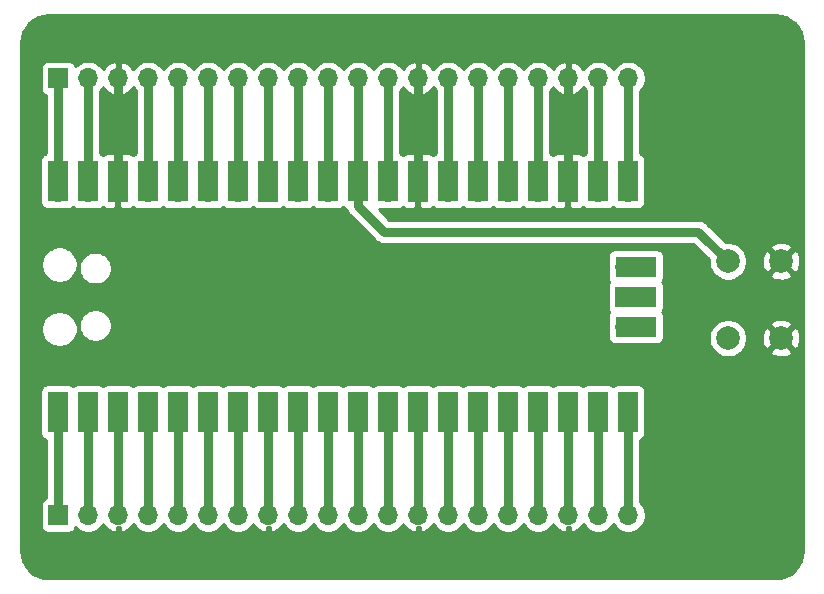
<source format=gbr>
G04 #@! TF.GenerationSoftware,KiCad,Pcbnew,(5.1.10)-1*
G04 #@! TF.CreationDate,2021-06-20T22:47:18+04:00*
G04 #@! TF.ProjectId,pico-expansion-long-board,7069636f-2d65-4787-9061-6e73696f6e2d,rev?*
G04 #@! TF.SameCoordinates,Original*
G04 #@! TF.FileFunction,Copper,L1,Top*
G04 #@! TF.FilePolarity,Positive*
%FSLAX46Y46*%
G04 Gerber Fmt 4.6, Leading zero omitted, Abs format (unit mm)*
G04 Created by KiCad (PCBNEW (5.1.10)-1) date 2021-06-20 22:47:18*
%MOMM*%
%LPD*%
G01*
G04 APERTURE LIST*
G04 #@! TA.AperFunction,ComponentPad*
%ADD10C,2.000000*%
G04 #@! TD*
G04 #@! TA.AperFunction,ComponentPad*
%ADD11O,1.700000X1.700000*%
G04 #@! TD*
G04 #@! TA.AperFunction,ComponentPad*
%ADD12R,1.700000X1.700000*%
G04 #@! TD*
G04 #@! TA.AperFunction,SMDPad,CuDef*
%ADD13R,1.700000X3.500000*%
G04 #@! TD*
G04 #@! TA.AperFunction,SMDPad,CuDef*
%ADD14R,3.500000X1.700000*%
G04 #@! TD*
G04 #@! TA.AperFunction,Conductor*
%ADD15C,0.800000*%
G04 #@! TD*
G04 #@! TA.AperFunction,Conductor*
%ADD16C,0.254000*%
G04 #@! TD*
G04 #@! TA.AperFunction,Conductor*
%ADD17C,0.020000*%
G04 #@! TD*
G04 APERTURE END LIST*
D10*
X126000000Y-61500000D03*
X130500000Y-61500000D03*
X126000000Y-68000000D03*
X130500000Y-68000000D03*
D11*
X117560000Y-83000000D03*
X115020000Y-83000000D03*
X112480000Y-83000000D03*
X109940000Y-83000000D03*
X107400000Y-83000000D03*
X104860000Y-83000000D03*
X102320000Y-83000000D03*
X99780000Y-83000000D03*
X97240000Y-83000000D03*
X94700000Y-83000000D03*
X92160000Y-83000000D03*
X89620000Y-83000000D03*
X87080000Y-83000000D03*
X84540000Y-83000000D03*
X82000000Y-83000000D03*
X79460000Y-83000000D03*
X76920000Y-83000000D03*
X74380000Y-83000000D03*
X71840000Y-83000000D03*
D12*
X69300000Y-83000000D03*
X69300000Y-46000000D03*
D11*
X71840000Y-46000000D03*
X74380000Y-46000000D03*
X76920000Y-46000000D03*
X79460000Y-46000000D03*
X82000000Y-46000000D03*
X84540000Y-46000000D03*
X87080000Y-46000000D03*
X89620000Y-46000000D03*
X92160000Y-46000000D03*
X94700000Y-46000000D03*
X97240000Y-46000000D03*
X99780000Y-46000000D03*
X102320000Y-46000000D03*
X104860000Y-46000000D03*
X107400000Y-46000000D03*
X109940000Y-46000000D03*
X112480000Y-46000000D03*
X115020000Y-46000000D03*
X117560000Y-46000000D03*
X69270000Y-73390000D03*
X71810000Y-73390000D03*
D12*
X74350000Y-73390000D03*
D11*
X76890000Y-73390000D03*
X79430000Y-73390000D03*
X81970000Y-73390000D03*
X84510000Y-73390000D03*
D12*
X87050000Y-73390000D03*
D11*
X89590000Y-73390000D03*
X92130000Y-73390000D03*
X94670000Y-73390000D03*
X97210000Y-73390000D03*
D12*
X99750000Y-73390000D03*
D11*
X102290000Y-73390000D03*
X104830000Y-73390000D03*
X107370000Y-73390000D03*
X109910000Y-73390000D03*
D12*
X112450000Y-73390000D03*
D11*
X114990000Y-73390000D03*
X117530000Y-73390000D03*
X117530000Y-55610000D03*
X114990000Y-55610000D03*
D12*
X112450000Y-55610000D03*
D11*
X109910000Y-55610000D03*
X107370000Y-55610000D03*
X104830000Y-55610000D03*
X102290000Y-55610000D03*
D12*
X99750000Y-55610000D03*
D11*
X97210000Y-55610000D03*
X94670000Y-55610000D03*
X92130000Y-55610000D03*
X89590000Y-55610000D03*
D12*
X87050000Y-55610000D03*
D11*
X84510000Y-55610000D03*
X81970000Y-55610000D03*
X79430000Y-55610000D03*
X76890000Y-55610000D03*
D12*
X74350000Y-55610000D03*
D11*
X71810000Y-55610000D03*
X69270000Y-55610000D03*
D13*
X69270000Y-74290000D03*
X71810000Y-74290000D03*
X74350000Y-74290000D03*
X76890000Y-74290000D03*
X79430000Y-74290000D03*
X81970000Y-74290000D03*
X84510000Y-74290000D03*
X87050000Y-74290000D03*
X89590000Y-74290000D03*
X92130000Y-74290000D03*
X94670000Y-74290000D03*
X97210000Y-74290000D03*
X99750000Y-74290000D03*
X102290000Y-74290000D03*
X104830000Y-74290000D03*
X107370000Y-74290000D03*
X109910000Y-74290000D03*
X112450000Y-74290000D03*
X114990000Y-74290000D03*
X117530000Y-74290000D03*
X69270000Y-54710000D03*
X71810000Y-54710000D03*
X74350000Y-54710000D03*
X76890000Y-54710000D03*
X79430000Y-54710000D03*
X81970000Y-54710000D03*
X84510000Y-54710000D03*
X87050000Y-54710000D03*
X89590000Y-54710000D03*
X92130000Y-54710000D03*
X94670000Y-54710000D03*
X97210000Y-54710000D03*
X99750000Y-54710000D03*
X102290000Y-54710000D03*
X104830000Y-54710000D03*
X107370000Y-54710000D03*
X109910000Y-54710000D03*
X112450000Y-54710000D03*
X114990000Y-54710000D03*
X117530000Y-54710000D03*
D14*
X118200000Y-67040000D03*
D11*
X117300000Y-67040000D03*
D14*
X118200000Y-64500000D03*
D12*
X117300000Y-64500000D03*
D14*
X118200000Y-61960000D03*
D11*
X117300000Y-61960000D03*
D15*
X69270000Y-82970000D02*
X69300000Y-83000000D01*
X69270000Y-73390000D02*
X69270000Y-82970000D01*
X71810000Y-82970000D02*
X71840000Y-83000000D01*
X71810000Y-73390000D02*
X71810000Y-82970000D01*
X74350000Y-82970000D02*
X74380000Y-83000000D01*
X74350000Y-73390000D02*
X74350000Y-82970000D01*
X76890000Y-82970000D02*
X76920000Y-83000000D01*
X76890000Y-73390000D02*
X76890000Y-82970000D01*
X79430000Y-82970000D02*
X79460000Y-83000000D01*
X79430000Y-73390000D02*
X79430000Y-82970000D01*
X81970000Y-82970000D02*
X82000000Y-83000000D01*
X81970000Y-73390000D02*
X81970000Y-82970000D01*
X84510000Y-82970000D02*
X84540000Y-83000000D01*
X84510000Y-73390000D02*
X84510000Y-82970000D01*
X87050000Y-82970000D02*
X87080000Y-83000000D01*
X87050000Y-73390000D02*
X87050000Y-82970000D01*
X89590000Y-82970000D02*
X89620000Y-83000000D01*
X89590000Y-73390000D02*
X89590000Y-82970000D01*
X92130000Y-82970000D02*
X92160000Y-83000000D01*
X92130000Y-73390000D02*
X92130000Y-82970000D01*
X94670000Y-82970000D02*
X94700000Y-83000000D01*
X94670000Y-73390000D02*
X94670000Y-82970000D01*
X97210000Y-82970000D02*
X97240000Y-83000000D01*
X97210000Y-73390000D02*
X97210000Y-82970000D01*
X99750000Y-82970000D02*
X99780000Y-83000000D01*
X99750000Y-73390000D02*
X99750000Y-82970000D01*
X102290000Y-82970000D02*
X102320000Y-83000000D01*
X102290000Y-73390000D02*
X102290000Y-82970000D01*
X104830000Y-82970000D02*
X104860000Y-83000000D01*
X104830000Y-73390000D02*
X104830000Y-82970000D01*
X107370000Y-82970000D02*
X107400000Y-83000000D01*
X107370000Y-73390000D02*
X107370000Y-82970000D01*
X109910000Y-82970000D02*
X109940000Y-83000000D01*
X109910000Y-73390000D02*
X109910000Y-82970000D01*
X112450000Y-82970000D02*
X112480000Y-83000000D01*
X112450000Y-73390000D02*
X112450000Y-82970000D01*
X114990000Y-82970000D02*
X115020000Y-83000000D01*
X114990000Y-73390000D02*
X114990000Y-82970000D01*
X117530000Y-82970000D02*
X117560000Y-83000000D01*
X117530000Y-73390000D02*
X117530000Y-82970000D01*
X69300000Y-55580000D02*
X69270000Y-55610000D01*
X69300000Y-46000000D02*
X69300000Y-55580000D01*
X71840000Y-55580000D02*
X71810000Y-55610000D01*
X71840000Y-46000000D02*
X71840000Y-55580000D01*
X74380000Y-55580000D02*
X74350000Y-55610000D01*
X74380000Y-46000000D02*
X74380000Y-55580000D01*
X76920000Y-55580000D02*
X76890000Y-55610000D01*
X76920000Y-46000000D02*
X76920000Y-55580000D01*
X79460000Y-55580000D02*
X79430000Y-55610000D01*
X79460000Y-46000000D02*
X79460000Y-55580000D01*
X82000000Y-55580000D02*
X81970000Y-55610000D01*
X82000000Y-46000000D02*
X82000000Y-55580000D01*
X84540000Y-55580000D02*
X84510000Y-55610000D01*
X84540000Y-46000000D02*
X84540000Y-55580000D01*
X87080000Y-55580000D02*
X87050000Y-55610000D01*
X87080000Y-46000000D02*
X87080000Y-55580000D01*
X89620000Y-55580000D02*
X89590000Y-55610000D01*
X89620000Y-46000000D02*
X89620000Y-55580000D01*
X92160000Y-55580000D02*
X92130000Y-55610000D01*
X92160000Y-46000000D02*
X92160000Y-55580000D01*
X94700000Y-55580000D02*
X94670000Y-55610000D01*
X94700000Y-46000000D02*
X94700000Y-55580000D01*
X97210000Y-46030000D02*
X97240000Y-46000000D01*
X97210000Y-55610000D02*
X97210000Y-46030000D01*
X99750000Y-46030000D02*
X99780000Y-46000000D01*
X99750000Y-55610000D02*
X99750000Y-46030000D01*
X102290000Y-46030000D02*
X102320000Y-46000000D01*
X102290000Y-55610000D02*
X102290000Y-46030000D01*
X104830000Y-46030000D02*
X104860000Y-46000000D01*
X104830000Y-55610000D02*
X104830000Y-46030000D01*
X107370000Y-46030000D02*
X107400000Y-46000000D01*
X107370000Y-55610000D02*
X107370000Y-46030000D01*
X109910000Y-46030000D02*
X109940000Y-46000000D01*
X109910000Y-55610000D02*
X109910000Y-46030000D01*
X112450000Y-46030000D02*
X112480000Y-46000000D01*
X112450000Y-55610000D02*
X112450000Y-46030000D01*
X94670000Y-56812081D02*
X94670000Y-55610000D01*
X96857919Y-59000000D02*
X94670000Y-56812081D01*
X123500000Y-59000000D02*
X96857919Y-59000000D01*
X126000000Y-61500000D02*
X123500000Y-59000000D01*
X114990000Y-46030000D02*
X115020000Y-46000000D01*
X114990000Y-55610000D02*
X114990000Y-46030000D01*
X117530000Y-46030000D02*
X117560000Y-46000000D01*
X117530000Y-55610000D02*
X117530000Y-46030000D01*
D16*
X130453893Y-40707670D02*
X130890498Y-40839489D01*
X131293185Y-41053600D01*
X131646612Y-41341848D01*
X131937327Y-41693261D01*
X132154242Y-42094439D01*
X132289106Y-42530113D01*
X132340000Y-43014344D01*
X132340001Y-85967711D01*
X132292330Y-86453894D01*
X132160512Y-86890497D01*
X131946399Y-87293186D01*
X131658150Y-87646613D01*
X131306739Y-87937327D01*
X130905564Y-88154240D01*
X130469886Y-88289106D01*
X129985664Y-88340000D01*
X68532279Y-88340000D01*
X68046106Y-88292330D01*
X67609503Y-88160512D01*
X67206814Y-87946399D01*
X66853387Y-87658150D01*
X66562673Y-87306739D01*
X66345760Y-86905564D01*
X66210894Y-86469886D01*
X66160000Y-85985664D01*
X66160000Y-72540000D01*
X67781928Y-72540000D01*
X67781928Y-76040000D01*
X67794188Y-76164482D01*
X67830498Y-76284180D01*
X67889463Y-76394494D01*
X67968815Y-76491185D01*
X68065506Y-76570537D01*
X68175820Y-76629502D01*
X68235000Y-76647454D01*
X68235001Y-81551646D01*
X68205820Y-81560498D01*
X68095506Y-81619463D01*
X67998815Y-81698815D01*
X67919463Y-81795506D01*
X67860498Y-81905820D01*
X67824188Y-82025518D01*
X67811928Y-82150000D01*
X67811928Y-83850000D01*
X67824188Y-83974482D01*
X67860498Y-84094180D01*
X67919463Y-84204494D01*
X67998815Y-84301185D01*
X68095506Y-84380537D01*
X68205820Y-84439502D01*
X68325518Y-84475812D01*
X68450000Y-84488072D01*
X70150000Y-84488072D01*
X70274482Y-84475812D01*
X70394180Y-84439502D01*
X70504494Y-84380537D01*
X70601185Y-84301185D01*
X70680537Y-84204494D01*
X70739502Y-84094180D01*
X70761513Y-84021620D01*
X70893368Y-84153475D01*
X71136589Y-84315990D01*
X71406842Y-84427932D01*
X71693740Y-84485000D01*
X71986260Y-84485000D01*
X72273158Y-84427932D01*
X72543411Y-84315990D01*
X72786632Y-84153475D01*
X72993475Y-83946632D01*
X73115195Y-83764466D01*
X73184822Y-83881355D01*
X73379731Y-84097588D01*
X73613080Y-84271641D01*
X73875901Y-84396825D01*
X74023110Y-84441476D01*
X74253000Y-84320155D01*
X74253000Y-84027498D01*
X74379999Y-84040006D01*
X74507000Y-84027498D01*
X74507000Y-84320155D01*
X74736890Y-84441476D01*
X74884099Y-84396825D01*
X75146920Y-84271641D01*
X75380269Y-84097588D01*
X75575178Y-83881355D01*
X75644805Y-83764466D01*
X75766525Y-83946632D01*
X75973368Y-84153475D01*
X76216589Y-84315990D01*
X76486842Y-84427932D01*
X76773740Y-84485000D01*
X77066260Y-84485000D01*
X77353158Y-84427932D01*
X77623411Y-84315990D01*
X77866632Y-84153475D01*
X78073475Y-83946632D01*
X78190000Y-83772240D01*
X78306525Y-83946632D01*
X78513368Y-84153475D01*
X78756589Y-84315990D01*
X79026842Y-84427932D01*
X79313740Y-84485000D01*
X79606260Y-84485000D01*
X79893158Y-84427932D01*
X80163411Y-84315990D01*
X80406632Y-84153475D01*
X80613475Y-83946632D01*
X80730000Y-83772240D01*
X80846525Y-83946632D01*
X81053368Y-84153475D01*
X81296589Y-84315990D01*
X81566842Y-84427932D01*
X81853740Y-84485000D01*
X82146260Y-84485000D01*
X82433158Y-84427932D01*
X82703411Y-84315990D01*
X82946632Y-84153475D01*
X83153475Y-83946632D01*
X83270000Y-83772240D01*
X83386525Y-83946632D01*
X83593368Y-84153475D01*
X83836589Y-84315990D01*
X84106842Y-84427932D01*
X84393740Y-84485000D01*
X84686260Y-84485000D01*
X84973158Y-84427932D01*
X85243411Y-84315990D01*
X85486632Y-84153475D01*
X85693475Y-83946632D01*
X85815195Y-83764466D01*
X85884822Y-83881355D01*
X86079731Y-84097588D01*
X86313080Y-84271641D01*
X86575901Y-84396825D01*
X86723110Y-84441476D01*
X86953000Y-84320155D01*
X86953000Y-84027498D01*
X87079999Y-84040006D01*
X87207000Y-84027498D01*
X87207000Y-84320155D01*
X87436890Y-84441476D01*
X87584099Y-84396825D01*
X87846920Y-84271641D01*
X88080269Y-84097588D01*
X88275178Y-83881355D01*
X88344805Y-83764466D01*
X88466525Y-83946632D01*
X88673368Y-84153475D01*
X88916589Y-84315990D01*
X89186842Y-84427932D01*
X89473740Y-84485000D01*
X89766260Y-84485000D01*
X90053158Y-84427932D01*
X90323411Y-84315990D01*
X90566632Y-84153475D01*
X90773475Y-83946632D01*
X90890000Y-83772240D01*
X91006525Y-83946632D01*
X91213368Y-84153475D01*
X91456589Y-84315990D01*
X91726842Y-84427932D01*
X92013740Y-84485000D01*
X92306260Y-84485000D01*
X92593158Y-84427932D01*
X92863411Y-84315990D01*
X93106632Y-84153475D01*
X93313475Y-83946632D01*
X93430000Y-83772240D01*
X93546525Y-83946632D01*
X93753368Y-84153475D01*
X93996589Y-84315990D01*
X94266842Y-84427932D01*
X94553740Y-84485000D01*
X94846260Y-84485000D01*
X95133158Y-84427932D01*
X95403411Y-84315990D01*
X95646632Y-84153475D01*
X95853475Y-83946632D01*
X95970000Y-83772240D01*
X96086525Y-83946632D01*
X96293368Y-84153475D01*
X96536589Y-84315990D01*
X96806842Y-84427932D01*
X97093740Y-84485000D01*
X97386260Y-84485000D01*
X97673158Y-84427932D01*
X97943411Y-84315990D01*
X98186632Y-84153475D01*
X98393475Y-83946632D01*
X98515195Y-83764466D01*
X98584822Y-83881355D01*
X98779731Y-84097588D01*
X99013080Y-84271641D01*
X99275901Y-84396825D01*
X99423110Y-84441476D01*
X99653000Y-84320155D01*
X99653000Y-84027498D01*
X99779999Y-84040006D01*
X99907000Y-84027498D01*
X99907000Y-84320155D01*
X100136890Y-84441476D01*
X100284099Y-84396825D01*
X100546920Y-84271641D01*
X100780269Y-84097588D01*
X100975178Y-83881355D01*
X101044805Y-83764466D01*
X101166525Y-83946632D01*
X101373368Y-84153475D01*
X101616589Y-84315990D01*
X101886842Y-84427932D01*
X102173740Y-84485000D01*
X102466260Y-84485000D01*
X102753158Y-84427932D01*
X103023411Y-84315990D01*
X103266632Y-84153475D01*
X103473475Y-83946632D01*
X103590000Y-83772240D01*
X103706525Y-83946632D01*
X103913368Y-84153475D01*
X104156589Y-84315990D01*
X104426842Y-84427932D01*
X104713740Y-84485000D01*
X105006260Y-84485000D01*
X105293158Y-84427932D01*
X105563411Y-84315990D01*
X105806632Y-84153475D01*
X106013475Y-83946632D01*
X106130000Y-83772240D01*
X106246525Y-83946632D01*
X106453368Y-84153475D01*
X106696589Y-84315990D01*
X106966842Y-84427932D01*
X107253740Y-84485000D01*
X107546260Y-84485000D01*
X107833158Y-84427932D01*
X108103411Y-84315990D01*
X108346632Y-84153475D01*
X108553475Y-83946632D01*
X108670000Y-83772240D01*
X108786525Y-83946632D01*
X108993368Y-84153475D01*
X109236589Y-84315990D01*
X109506842Y-84427932D01*
X109793740Y-84485000D01*
X110086260Y-84485000D01*
X110373158Y-84427932D01*
X110643411Y-84315990D01*
X110886632Y-84153475D01*
X111093475Y-83946632D01*
X111215195Y-83764466D01*
X111284822Y-83881355D01*
X111479731Y-84097588D01*
X111713080Y-84271641D01*
X111975901Y-84396825D01*
X112123110Y-84441476D01*
X112353000Y-84320155D01*
X112353000Y-84027498D01*
X112479999Y-84040006D01*
X112607000Y-84027498D01*
X112607000Y-84320155D01*
X112836890Y-84441476D01*
X112984099Y-84396825D01*
X113246920Y-84271641D01*
X113480269Y-84097588D01*
X113675178Y-83881355D01*
X113744805Y-83764466D01*
X113866525Y-83946632D01*
X114073368Y-84153475D01*
X114316589Y-84315990D01*
X114586842Y-84427932D01*
X114873740Y-84485000D01*
X115166260Y-84485000D01*
X115453158Y-84427932D01*
X115723411Y-84315990D01*
X115966632Y-84153475D01*
X116173475Y-83946632D01*
X116290000Y-83772240D01*
X116406525Y-83946632D01*
X116613368Y-84153475D01*
X116856589Y-84315990D01*
X117126842Y-84427932D01*
X117413740Y-84485000D01*
X117706260Y-84485000D01*
X117993158Y-84427932D01*
X118263411Y-84315990D01*
X118506632Y-84153475D01*
X118713475Y-83946632D01*
X118875990Y-83703411D01*
X118987932Y-83433158D01*
X119045000Y-83146260D01*
X119045000Y-82853740D01*
X118987932Y-82566842D01*
X118875990Y-82296589D01*
X118713475Y-82053368D01*
X118565000Y-81904893D01*
X118565000Y-76647454D01*
X118624180Y-76629502D01*
X118734494Y-76570537D01*
X118831185Y-76491185D01*
X118910537Y-76394494D01*
X118969502Y-76284180D01*
X119005812Y-76164482D01*
X119018072Y-76040000D01*
X119018072Y-72540000D01*
X119005812Y-72415518D01*
X118969502Y-72295820D01*
X118910537Y-72185506D01*
X118831185Y-72088815D01*
X118734494Y-72009463D01*
X118624180Y-71950498D01*
X118504482Y-71914188D01*
X118380000Y-71901928D01*
X116680000Y-71901928D01*
X116555518Y-71914188D01*
X116435820Y-71950498D01*
X116325506Y-72009463D01*
X116260000Y-72063222D01*
X116194494Y-72009463D01*
X116084180Y-71950498D01*
X115964482Y-71914188D01*
X115840000Y-71901928D01*
X114140000Y-71901928D01*
X114015518Y-71914188D01*
X113895820Y-71950498D01*
X113785506Y-72009463D01*
X113720000Y-72063222D01*
X113654494Y-72009463D01*
X113544180Y-71950498D01*
X113424482Y-71914188D01*
X113300000Y-71901928D01*
X111600000Y-71901928D01*
X111475518Y-71914188D01*
X111355820Y-71950498D01*
X111245506Y-72009463D01*
X111180000Y-72063222D01*
X111114494Y-72009463D01*
X111004180Y-71950498D01*
X110884482Y-71914188D01*
X110760000Y-71901928D01*
X109060000Y-71901928D01*
X108935518Y-71914188D01*
X108815820Y-71950498D01*
X108705506Y-72009463D01*
X108640000Y-72063222D01*
X108574494Y-72009463D01*
X108464180Y-71950498D01*
X108344482Y-71914188D01*
X108220000Y-71901928D01*
X106520000Y-71901928D01*
X106395518Y-71914188D01*
X106275820Y-71950498D01*
X106165506Y-72009463D01*
X106100000Y-72063222D01*
X106034494Y-72009463D01*
X105924180Y-71950498D01*
X105804482Y-71914188D01*
X105680000Y-71901928D01*
X103980000Y-71901928D01*
X103855518Y-71914188D01*
X103735820Y-71950498D01*
X103625506Y-72009463D01*
X103560000Y-72063222D01*
X103494494Y-72009463D01*
X103384180Y-71950498D01*
X103264482Y-71914188D01*
X103140000Y-71901928D01*
X101440000Y-71901928D01*
X101315518Y-71914188D01*
X101195820Y-71950498D01*
X101085506Y-72009463D01*
X101020000Y-72063222D01*
X100954494Y-72009463D01*
X100844180Y-71950498D01*
X100724482Y-71914188D01*
X100600000Y-71901928D01*
X98900000Y-71901928D01*
X98775518Y-71914188D01*
X98655820Y-71950498D01*
X98545506Y-72009463D01*
X98480000Y-72063222D01*
X98414494Y-72009463D01*
X98304180Y-71950498D01*
X98184482Y-71914188D01*
X98060000Y-71901928D01*
X96360000Y-71901928D01*
X96235518Y-71914188D01*
X96115820Y-71950498D01*
X96005506Y-72009463D01*
X95940000Y-72063222D01*
X95874494Y-72009463D01*
X95764180Y-71950498D01*
X95644482Y-71914188D01*
X95520000Y-71901928D01*
X93820000Y-71901928D01*
X93695518Y-71914188D01*
X93575820Y-71950498D01*
X93465506Y-72009463D01*
X93400000Y-72063222D01*
X93334494Y-72009463D01*
X93224180Y-71950498D01*
X93104482Y-71914188D01*
X92980000Y-71901928D01*
X91280000Y-71901928D01*
X91155518Y-71914188D01*
X91035820Y-71950498D01*
X90925506Y-72009463D01*
X90860000Y-72063222D01*
X90794494Y-72009463D01*
X90684180Y-71950498D01*
X90564482Y-71914188D01*
X90440000Y-71901928D01*
X88740000Y-71901928D01*
X88615518Y-71914188D01*
X88495820Y-71950498D01*
X88385506Y-72009463D01*
X88320000Y-72063222D01*
X88254494Y-72009463D01*
X88144180Y-71950498D01*
X88024482Y-71914188D01*
X87900000Y-71901928D01*
X86200000Y-71901928D01*
X86075518Y-71914188D01*
X85955820Y-71950498D01*
X85845506Y-72009463D01*
X85780000Y-72063222D01*
X85714494Y-72009463D01*
X85604180Y-71950498D01*
X85484482Y-71914188D01*
X85360000Y-71901928D01*
X83660000Y-71901928D01*
X83535518Y-71914188D01*
X83415820Y-71950498D01*
X83305506Y-72009463D01*
X83240000Y-72063222D01*
X83174494Y-72009463D01*
X83064180Y-71950498D01*
X82944482Y-71914188D01*
X82820000Y-71901928D01*
X81120000Y-71901928D01*
X80995518Y-71914188D01*
X80875820Y-71950498D01*
X80765506Y-72009463D01*
X80700000Y-72063222D01*
X80634494Y-72009463D01*
X80524180Y-71950498D01*
X80404482Y-71914188D01*
X80280000Y-71901928D01*
X78580000Y-71901928D01*
X78455518Y-71914188D01*
X78335820Y-71950498D01*
X78225506Y-72009463D01*
X78160000Y-72063222D01*
X78094494Y-72009463D01*
X77984180Y-71950498D01*
X77864482Y-71914188D01*
X77740000Y-71901928D01*
X76040000Y-71901928D01*
X75915518Y-71914188D01*
X75795820Y-71950498D01*
X75685506Y-72009463D01*
X75620000Y-72063222D01*
X75554494Y-72009463D01*
X75444180Y-71950498D01*
X75324482Y-71914188D01*
X75200000Y-71901928D01*
X73500000Y-71901928D01*
X73375518Y-71914188D01*
X73255820Y-71950498D01*
X73145506Y-72009463D01*
X73080000Y-72063222D01*
X73014494Y-72009463D01*
X72904180Y-71950498D01*
X72784482Y-71914188D01*
X72660000Y-71901928D01*
X70960000Y-71901928D01*
X70835518Y-71914188D01*
X70715820Y-71950498D01*
X70605506Y-72009463D01*
X70540000Y-72063222D01*
X70474494Y-72009463D01*
X70364180Y-71950498D01*
X70244482Y-71914188D01*
X70120000Y-71901928D01*
X68420000Y-71901928D01*
X68295518Y-71914188D01*
X68175820Y-71950498D01*
X68065506Y-72009463D01*
X67968815Y-72088815D01*
X67889463Y-72185506D01*
X67830498Y-72295820D01*
X67794188Y-72415518D01*
X67781928Y-72540000D01*
X66160000Y-72540000D01*
X66160000Y-67073816D01*
X67865000Y-67073816D01*
X67865000Y-67376184D01*
X67923989Y-67672743D01*
X68039701Y-67952095D01*
X68207688Y-68203505D01*
X68421495Y-68417312D01*
X68672905Y-68585299D01*
X68952257Y-68701011D01*
X69248816Y-68760000D01*
X69551184Y-68760000D01*
X69847743Y-68701011D01*
X70127095Y-68585299D01*
X70378505Y-68417312D01*
X70592312Y-68203505D01*
X70760299Y-67952095D01*
X70876011Y-67672743D01*
X70935000Y-67376184D01*
X70935000Y-67073816D01*
X70878266Y-66788589D01*
X71045000Y-66788589D01*
X71045000Y-67061411D01*
X71098225Y-67328989D01*
X71202629Y-67581043D01*
X71354201Y-67807886D01*
X71547114Y-68000799D01*
X71773957Y-68152371D01*
X72026011Y-68256775D01*
X72293589Y-68310000D01*
X72566411Y-68310000D01*
X72833989Y-68256775D01*
X73086043Y-68152371D01*
X73312886Y-68000799D01*
X73505799Y-67807886D01*
X73657371Y-67581043D01*
X73761775Y-67328989D01*
X73815000Y-67061411D01*
X73815000Y-66788589D01*
X73761775Y-66521011D01*
X73657371Y-66268957D01*
X73505799Y-66042114D01*
X73312886Y-65849201D01*
X73086043Y-65697629D01*
X72833989Y-65593225D01*
X72566411Y-65540000D01*
X72293589Y-65540000D01*
X72026011Y-65593225D01*
X71773957Y-65697629D01*
X71547114Y-65849201D01*
X71354201Y-66042114D01*
X71202629Y-66268957D01*
X71098225Y-66521011D01*
X71045000Y-66788589D01*
X70878266Y-66788589D01*
X70876011Y-66777257D01*
X70760299Y-66497905D01*
X70592312Y-66246495D01*
X70378505Y-66032688D01*
X70127095Y-65864701D01*
X69847743Y-65748989D01*
X69551184Y-65690000D01*
X69248816Y-65690000D01*
X68952257Y-65748989D01*
X68672905Y-65864701D01*
X68421495Y-66032688D01*
X68207688Y-66246495D01*
X68039701Y-66497905D01*
X67923989Y-66777257D01*
X67865000Y-67073816D01*
X66160000Y-67073816D01*
X66160000Y-61623816D01*
X67865000Y-61623816D01*
X67865000Y-61926184D01*
X67923989Y-62222743D01*
X68039701Y-62502095D01*
X68207688Y-62753505D01*
X68421495Y-62967312D01*
X68672905Y-63135299D01*
X68952257Y-63251011D01*
X69248816Y-63310000D01*
X69551184Y-63310000D01*
X69847743Y-63251011D01*
X70127095Y-63135299D01*
X70378505Y-62967312D01*
X70592312Y-62753505D01*
X70760299Y-62502095D01*
X70876011Y-62222743D01*
X70932532Y-61938589D01*
X71045000Y-61938589D01*
X71045000Y-62211411D01*
X71098225Y-62478989D01*
X71202629Y-62731043D01*
X71354201Y-62957886D01*
X71547114Y-63150799D01*
X71773957Y-63302371D01*
X72026011Y-63406775D01*
X72293589Y-63460000D01*
X72566411Y-63460000D01*
X72833989Y-63406775D01*
X73086043Y-63302371D01*
X73312886Y-63150799D01*
X73505799Y-62957886D01*
X73657371Y-62731043D01*
X73761775Y-62478989D01*
X73815000Y-62211411D01*
X73815000Y-61938589D01*
X73761775Y-61671011D01*
X73657371Y-61418957D01*
X73505799Y-61192114D01*
X73423685Y-61110000D01*
X115811928Y-61110000D01*
X115811928Y-62810000D01*
X115824188Y-62934482D01*
X115860498Y-63054180D01*
X115919463Y-63164494D01*
X115973222Y-63230000D01*
X115919463Y-63295506D01*
X115860498Y-63405820D01*
X115824188Y-63525518D01*
X115811928Y-63650000D01*
X115811928Y-65350000D01*
X115824188Y-65474482D01*
X115860498Y-65594180D01*
X115919463Y-65704494D01*
X115973222Y-65770000D01*
X115919463Y-65835506D01*
X115860498Y-65945820D01*
X115824188Y-66065518D01*
X115811928Y-66190000D01*
X115811928Y-67890000D01*
X115824188Y-68014482D01*
X115860498Y-68134180D01*
X115919463Y-68244494D01*
X115998815Y-68341185D01*
X116095506Y-68420537D01*
X116205820Y-68479502D01*
X116325518Y-68515812D01*
X116450000Y-68528072D01*
X119950000Y-68528072D01*
X120074482Y-68515812D01*
X120194180Y-68479502D01*
X120304494Y-68420537D01*
X120401185Y-68341185D01*
X120480537Y-68244494D01*
X120539502Y-68134180D01*
X120575812Y-68014482D01*
X120588072Y-67890000D01*
X120588072Y-67838967D01*
X124365000Y-67838967D01*
X124365000Y-68161033D01*
X124427832Y-68476912D01*
X124551082Y-68774463D01*
X124730013Y-69042252D01*
X124957748Y-69269987D01*
X125225537Y-69448918D01*
X125523088Y-69572168D01*
X125838967Y-69635000D01*
X126161033Y-69635000D01*
X126476912Y-69572168D01*
X126774463Y-69448918D01*
X127042252Y-69269987D01*
X127176826Y-69135413D01*
X129544192Y-69135413D01*
X129639956Y-69399814D01*
X129929571Y-69540704D01*
X130241108Y-69622384D01*
X130562595Y-69641718D01*
X130881675Y-69597961D01*
X131186088Y-69492795D01*
X131360044Y-69399814D01*
X131455808Y-69135413D01*
X130500000Y-68179605D01*
X129544192Y-69135413D01*
X127176826Y-69135413D01*
X127269987Y-69042252D01*
X127448918Y-68774463D01*
X127572168Y-68476912D01*
X127635000Y-68161033D01*
X127635000Y-68062595D01*
X128858282Y-68062595D01*
X128902039Y-68381675D01*
X129007205Y-68686088D01*
X129100186Y-68860044D01*
X129364587Y-68955808D01*
X130320395Y-68000000D01*
X130679605Y-68000000D01*
X131635413Y-68955808D01*
X131899814Y-68860044D01*
X132040704Y-68570429D01*
X132122384Y-68258892D01*
X132141718Y-67937405D01*
X132097961Y-67618325D01*
X131992795Y-67313912D01*
X131899814Y-67139956D01*
X131635413Y-67044192D01*
X130679605Y-68000000D01*
X130320395Y-68000000D01*
X129364587Y-67044192D01*
X129100186Y-67139956D01*
X128959296Y-67429571D01*
X128877616Y-67741108D01*
X128858282Y-68062595D01*
X127635000Y-68062595D01*
X127635000Y-67838967D01*
X127572168Y-67523088D01*
X127448918Y-67225537D01*
X127269987Y-66957748D01*
X127176826Y-66864587D01*
X129544192Y-66864587D01*
X130500000Y-67820395D01*
X131455808Y-66864587D01*
X131360044Y-66600186D01*
X131070429Y-66459296D01*
X130758892Y-66377616D01*
X130437405Y-66358282D01*
X130118325Y-66402039D01*
X129813912Y-66507205D01*
X129639956Y-66600186D01*
X129544192Y-66864587D01*
X127176826Y-66864587D01*
X127042252Y-66730013D01*
X126774463Y-66551082D01*
X126476912Y-66427832D01*
X126161033Y-66365000D01*
X125838967Y-66365000D01*
X125523088Y-66427832D01*
X125225537Y-66551082D01*
X124957748Y-66730013D01*
X124730013Y-66957748D01*
X124551082Y-67225537D01*
X124427832Y-67523088D01*
X124365000Y-67838967D01*
X120588072Y-67838967D01*
X120588072Y-66190000D01*
X120575812Y-66065518D01*
X120539502Y-65945820D01*
X120480537Y-65835506D01*
X120426778Y-65770000D01*
X120480537Y-65704494D01*
X120539502Y-65594180D01*
X120575812Y-65474482D01*
X120588072Y-65350000D01*
X120588072Y-63650000D01*
X120575812Y-63525518D01*
X120539502Y-63405820D01*
X120480537Y-63295506D01*
X120426778Y-63230000D01*
X120480537Y-63164494D01*
X120539502Y-63054180D01*
X120575812Y-62934482D01*
X120588072Y-62810000D01*
X120588072Y-61110000D01*
X120575812Y-60985518D01*
X120539502Y-60865820D01*
X120480537Y-60755506D01*
X120401185Y-60658815D01*
X120304494Y-60579463D01*
X120194180Y-60520498D01*
X120074482Y-60484188D01*
X119950000Y-60471928D01*
X116450000Y-60471928D01*
X116325518Y-60484188D01*
X116205820Y-60520498D01*
X116095506Y-60579463D01*
X115998815Y-60658815D01*
X115919463Y-60755506D01*
X115860498Y-60865820D01*
X115824188Y-60985518D01*
X115811928Y-61110000D01*
X73423685Y-61110000D01*
X73312886Y-60999201D01*
X73086043Y-60847629D01*
X72833989Y-60743225D01*
X72566411Y-60690000D01*
X72293589Y-60690000D01*
X72026011Y-60743225D01*
X71773957Y-60847629D01*
X71547114Y-60999201D01*
X71354201Y-61192114D01*
X71202629Y-61418957D01*
X71098225Y-61671011D01*
X71045000Y-61938589D01*
X70932532Y-61938589D01*
X70935000Y-61926184D01*
X70935000Y-61623816D01*
X70876011Y-61327257D01*
X70760299Y-61047905D01*
X70592312Y-60796495D01*
X70378505Y-60582688D01*
X70127095Y-60414701D01*
X69847743Y-60298989D01*
X69551184Y-60240000D01*
X69248816Y-60240000D01*
X68952257Y-60298989D01*
X68672905Y-60414701D01*
X68421495Y-60582688D01*
X68207688Y-60796495D01*
X68039701Y-61047905D01*
X67923989Y-61327257D01*
X67865000Y-61623816D01*
X66160000Y-61623816D01*
X66160000Y-52960000D01*
X67781928Y-52960000D01*
X67781928Y-56460000D01*
X67794188Y-56584482D01*
X67830498Y-56704180D01*
X67889463Y-56814494D01*
X67968815Y-56911185D01*
X68065506Y-56990537D01*
X68175820Y-57049502D01*
X68295518Y-57085812D01*
X68420000Y-57098072D01*
X70120000Y-57098072D01*
X70244482Y-57085812D01*
X70364180Y-57049502D01*
X70474494Y-56990537D01*
X70540000Y-56936778D01*
X70605506Y-56990537D01*
X70715820Y-57049502D01*
X70835518Y-57085812D01*
X70960000Y-57098072D01*
X72660000Y-57098072D01*
X72784482Y-57085812D01*
X72904180Y-57049502D01*
X73014494Y-56990537D01*
X73080000Y-56936778D01*
X73145506Y-56990537D01*
X73255820Y-57049502D01*
X73375518Y-57085812D01*
X73500000Y-57098072D01*
X74064250Y-57095000D01*
X74223000Y-56936250D01*
X74223000Y-52483750D01*
X74477000Y-52483750D01*
X74477000Y-56936250D01*
X74635750Y-57095000D01*
X75200000Y-57098072D01*
X75324482Y-57085812D01*
X75444180Y-57049502D01*
X75554494Y-56990537D01*
X75620000Y-56936778D01*
X75685506Y-56990537D01*
X75795820Y-57049502D01*
X75915518Y-57085812D01*
X76040000Y-57098072D01*
X77740000Y-57098072D01*
X77864482Y-57085812D01*
X77984180Y-57049502D01*
X78094494Y-56990537D01*
X78160000Y-56936778D01*
X78225506Y-56990537D01*
X78335820Y-57049502D01*
X78455518Y-57085812D01*
X78580000Y-57098072D01*
X80280000Y-57098072D01*
X80404482Y-57085812D01*
X80524180Y-57049502D01*
X80634494Y-56990537D01*
X80700000Y-56936778D01*
X80765506Y-56990537D01*
X80875820Y-57049502D01*
X80995518Y-57085812D01*
X81120000Y-57098072D01*
X82820000Y-57098072D01*
X82944482Y-57085812D01*
X83064180Y-57049502D01*
X83174494Y-56990537D01*
X83240000Y-56936778D01*
X83305506Y-56990537D01*
X83415820Y-57049502D01*
X83535518Y-57085812D01*
X83660000Y-57098072D01*
X85360000Y-57098072D01*
X85484482Y-57085812D01*
X85604180Y-57049502D01*
X85714494Y-56990537D01*
X85780000Y-56936778D01*
X85845506Y-56990537D01*
X85955820Y-57049502D01*
X86075518Y-57085812D01*
X86200000Y-57098072D01*
X87900000Y-57098072D01*
X88024482Y-57085812D01*
X88144180Y-57049502D01*
X88254494Y-56990537D01*
X88320000Y-56936778D01*
X88385506Y-56990537D01*
X88495820Y-57049502D01*
X88615518Y-57085812D01*
X88740000Y-57098072D01*
X90440000Y-57098072D01*
X90564482Y-57085812D01*
X90684180Y-57049502D01*
X90794494Y-56990537D01*
X90860000Y-56936778D01*
X90925506Y-56990537D01*
X91035820Y-57049502D01*
X91155518Y-57085812D01*
X91280000Y-57098072D01*
X92980000Y-57098072D01*
X93104482Y-57085812D01*
X93224180Y-57049502D01*
X93334494Y-56990537D01*
X93400000Y-56936778D01*
X93465506Y-56990537D01*
X93575820Y-57049502D01*
X93669027Y-57077776D01*
X93709159Y-57210073D01*
X93805266Y-57389878D01*
X93934604Y-57547477D01*
X93974097Y-57579888D01*
X96090115Y-59695907D01*
X96122523Y-59735396D01*
X96162011Y-59767803D01*
X96280121Y-59864734D01*
X96349915Y-59902039D01*
X96459926Y-59960841D01*
X96655024Y-60020024D01*
X96807081Y-60035000D01*
X96807084Y-60035000D01*
X96857919Y-60040007D01*
X96908754Y-60035000D01*
X123071290Y-60035000D01*
X124366702Y-61330412D01*
X124365000Y-61338967D01*
X124365000Y-61661033D01*
X124427832Y-61976912D01*
X124551082Y-62274463D01*
X124730013Y-62542252D01*
X124957748Y-62769987D01*
X125225537Y-62948918D01*
X125523088Y-63072168D01*
X125838967Y-63135000D01*
X126161033Y-63135000D01*
X126476912Y-63072168D01*
X126774463Y-62948918D01*
X127042252Y-62769987D01*
X127176826Y-62635413D01*
X129544192Y-62635413D01*
X129639956Y-62899814D01*
X129929571Y-63040704D01*
X130241108Y-63122384D01*
X130562595Y-63141718D01*
X130881675Y-63097961D01*
X131186088Y-62992795D01*
X131360044Y-62899814D01*
X131455808Y-62635413D01*
X130500000Y-61679605D01*
X129544192Y-62635413D01*
X127176826Y-62635413D01*
X127269987Y-62542252D01*
X127448918Y-62274463D01*
X127572168Y-61976912D01*
X127635000Y-61661033D01*
X127635000Y-61562595D01*
X128858282Y-61562595D01*
X128902039Y-61881675D01*
X129007205Y-62186088D01*
X129100186Y-62360044D01*
X129364587Y-62455808D01*
X130320395Y-61500000D01*
X130679605Y-61500000D01*
X131635413Y-62455808D01*
X131899814Y-62360044D01*
X132040704Y-62070429D01*
X132122384Y-61758892D01*
X132141718Y-61437405D01*
X132097961Y-61118325D01*
X131992795Y-60813912D01*
X131899814Y-60639956D01*
X131635413Y-60544192D01*
X130679605Y-61500000D01*
X130320395Y-61500000D01*
X129364587Y-60544192D01*
X129100186Y-60639956D01*
X128959296Y-60929571D01*
X128877616Y-61241108D01*
X128858282Y-61562595D01*
X127635000Y-61562595D01*
X127635000Y-61338967D01*
X127572168Y-61023088D01*
X127448918Y-60725537D01*
X127269987Y-60457748D01*
X127176826Y-60364587D01*
X129544192Y-60364587D01*
X130500000Y-61320395D01*
X131455808Y-60364587D01*
X131360044Y-60100186D01*
X131070429Y-59959296D01*
X130758892Y-59877616D01*
X130437405Y-59858282D01*
X130118325Y-59902039D01*
X129813912Y-60007205D01*
X129639956Y-60100186D01*
X129544192Y-60364587D01*
X127176826Y-60364587D01*
X127042252Y-60230013D01*
X126774463Y-60051082D01*
X126476912Y-59927832D01*
X126161033Y-59865000D01*
X125838967Y-59865000D01*
X125830412Y-59866702D01*
X124267807Y-58304097D01*
X124235396Y-58264604D01*
X124077797Y-58135266D01*
X123897993Y-58039159D01*
X123702895Y-57979976D01*
X123550838Y-57965000D01*
X123550828Y-57965000D01*
X123500000Y-57959994D01*
X123449172Y-57965000D01*
X97286630Y-57965000D01*
X96419701Y-57098072D01*
X98060000Y-57098072D01*
X98184482Y-57085812D01*
X98304180Y-57049502D01*
X98414494Y-56990537D01*
X98480000Y-56936778D01*
X98545506Y-56990537D01*
X98655820Y-57049502D01*
X98775518Y-57085812D01*
X98900000Y-57098072D01*
X99464250Y-57095000D01*
X99623000Y-56936250D01*
X99623000Y-52483750D01*
X99877000Y-52483750D01*
X99877000Y-56936250D01*
X100035750Y-57095000D01*
X100600000Y-57098072D01*
X100724482Y-57085812D01*
X100844180Y-57049502D01*
X100954494Y-56990537D01*
X101020000Y-56936778D01*
X101085506Y-56990537D01*
X101195820Y-57049502D01*
X101315518Y-57085812D01*
X101440000Y-57098072D01*
X103140000Y-57098072D01*
X103264482Y-57085812D01*
X103384180Y-57049502D01*
X103494494Y-56990537D01*
X103560000Y-56936778D01*
X103625506Y-56990537D01*
X103735820Y-57049502D01*
X103855518Y-57085812D01*
X103980000Y-57098072D01*
X105680000Y-57098072D01*
X105804482Y-57085812D01*
X105924180Y-57049502D01*
X106034494Y-56990537D01*
X106100000Y-56936778D01*
X106165506Y-56990537D01*
X106275820Y-57049502D01*
X106395518Y-57085812D01*
X106520000Y-57098072D01*
X108220000Y-57098072D01*
X108344482Y-57085812D01*
X108464180Y-57049502D01*
X108574494Y-56990537D01*
X108640000Y-56936778D01*
X108705506Y-56990537D01*
X108815820Y-57049502D01*
X108935518Y-57085812D01*
X109060000Y-57098072D01*
X110760000Y-57098072D01*
X110884482Y-57085812D01*
X111004180Y-57049502D01*
X111114494Y-56990537D01*
X111180000Y-56936778D01*
X111245506Y-56990537D01*
X111355820Y-57049502D01*
X111475518Y-57085812D01*
X111600000Y-57098072D01*
X112164250Y-57095000D01*
X112323000Y-56936250D01*
X112323000Y-52483750D01*
X112577000Y-52483750D01*
X112577000Y-56936250D01*
X112735750Y-57095000D01*
X113300000Y-57098072D01*
X113424482Y-57085812D01*
X113544180Y-57049502D01*
X113654494Y-56990537D01*
X113720000Y-56936778D01*
X113785506Y-56990537D01*
X113895820Y-57049502D01*
X114015518Y-57085812D01*
X114140000Y-57098072D01*
X115840000Y-57098072D01*
X115964482Y-57085812D01*
X116084180Y-57049502D01*
X116194494Y-56990537D01*
X116260000Y-56936778D01*
X116325506Y-56990537D01*
X116435820Y-57049502D01*
X116555518Y-57085812D01*
X116680000Y-57098072D01*
X118380000Y-57098072D01*
X118504482Y-57085812D01*
X118624180Y-57049502D01*
X118734494Y-56990537D01*
X118831185Y-56911185D01*
X118910537Y-56814494D01*
X118969502Y-56704180D01*
X119005812Y-56584482D01*
X119018072Y-56460000D01*
X119018072Y-52960000D01*
X119005812Y-52835518D01*
X118969502Y-52715820D01*
X118910537Y-52605506D01*
X118831185Y-52508815D01*
X118734494Y-52429463D01*
X118624180Y-52370498D01*
X118565000Y-52352546D01*
X118565000Y-47095107D01*
X118713475Y-46946632D01*
X118875990Y-46703411D01*
X118987932Y-46433158D01*
X119045000Y-46146260D01*
X119045000Y-45853740D01*
X118987932Y-45566842D01*
X118875990Y-45296589D01*
X118713475Y-45053368D01*
X118506632Y-44846525D01*
X118263411Y-44684010D01*
X117993158Y-44572068D01*
X117706260Y-44515000D01*
X117413740Y-44515000D01*
X117126842Y-44572068D01*
X116856589Y-44684010D01*
X116613368Y-44846525D01*
X116406525Y-45053368D01*
X116290000Y-45227760D01*
X116173475Y-45053368D01*
X115966632Y-44846525D01*
X115723411Y-44684010D01*
X115453158Y-44572068D01*
X115166260Y-44515000D01*
X114873740Y-44515000D01*
X114586842Y-44572068D01*
X114316589Y-44684010D01*
X114073368Y-44846525D01*
X113866525Y-45053368D01*
X113744805Y-45235534D01*
X113675178Y-45118645D01*
X113480269Y-44902412D01*
X113246920Y-44728359D01*
X112984099Y-44603175D01*
X112836890Y-44558524D01*
X112607000Y-44679845D01*
X112607000Y-45873000D01*
X112627000Y-45873000D01*
X112627000Y-46127000D01*
X112607000Y-46127000D01*
X112607000Y-47320155D01*
X112836890Y-47441476D01*
X112984099Y-47396825D01*
X113246920Y-47271641D01*
X113480269Y-47097588D01*
X113675178Y-46881355D01*
X113744805Y-46764466D01*
X113866525Y-46946632D01*
X113955001Y-47035108D01*
X113955000Y-52352546D01*
X113895820Y-52370498D01*
X113785506Y-52429463D01*
X113720000Y-52483222D01*
X113654494Y-52429463D01*
X113544180Y-52370498D01*
X113424482Y-52334188D01*
X113300000Y-52321928D01*
X112735750Y-52325000D01*
X112577000Y-52483750D01*
X112323000Y-52483750D01*
X112164250Y-52325000D01*
X111600000Y-52321928D01*
X111475518Y-52334188D01*
X111355820Y-52370498D01*
X111245506Y-52429463D01*
X111180000Y-52483222D01*
X111114494Y-52429463D01*
X111004180Y-52370498D01*
X110945000Y-52352546D01*
X110945000Y-47095107D01*
X111093475Y-46946632D01*
X111215195Y-46764466D01*
X111284822Y-46881355D01*
X111479731Y-47097588D01*
X111713080Y-47271641D01*
X111975901Y-47396825D01*
X112123110Y-47441476D01*
X112353000Y-47320155D01*
X112353000Y-46127000D01*
X112333000Y-46127000D01*
X112333000Y-45873000D01*
X112353000Y-45873000D01*
X112353000Y-44679845D01*
X112123110Y-44558524D01*
X111975901Y-44603175D01*
X111713080Y-44728359D01*
X111479731Y-44902412D01*
X111284822Y-45118645D01*
X111215195Y-45235534D01*
X111093475Y-45053368D01*
X110886632Y-44846525D01*
X110643411Y-44684010D01*
X110373158Y-44572068D01*
X110086260Y-44515000D01*
X109793740Y-44515000D01*
X109506842Y-44572068D01*
X109236589Y-44684010D01*
X108993368Y-44846525D01*
X108786525Y-45053368D01*
X108670000Y-45227760D01*
X108553475Y-45053368D01*
X108346632Y-44846525D01*
X108103411Y-44684010D01*
X107833158Y-44572068D01*
X107546260Y-44515000D01*
X107253740Y-44515000D01*
X106966842Y-44572068D01*
X106696589Y-44684010D01*
X106453368Y-44846525D01*
X106246525Y-45053368D01*
X106130000Y-45227760D01*
X106013475Y-45053368D01*
X105806632Y-44846525D01*
X105563411Y-44684010D01*
X105293158Y-44572068D01*
X105006260Y-44515000D01*
X104713740Y-44515000D01*
X104426842Y-44572068D01*
X104156589Y-44684010D01*
X103913368Y-44846525D01*
X103706525Y-45053368D01*
X103590000Y-45227760D01*
X103473475Y-45053368D01*
X103266632Y-44846525D01*
X103023411Y-44684010D01*
X102753158Y-44572068D01*
X102466260Y-44515000D01*
X102173740Y-44515000D01*
X101886842Y-44572068D01*
X101616589Y-44684010D01*
X101373368Y-44846525D01*
X101166525Y-45053368D01*
X101044805Y-45235534D01*
X100975178Y-45118645D01*
X100780269Y-44902412D01*
X100546920Y-44728359D01*
X100284099Y-44603175D01*
X100136890Y-44558524D01*
X99907000Y-44679845D01*
X99907000Y-45873000D01*
X99927000Y-45873000D01*
X99927000Y-46127000D01*
X99907000Y-46127000D01*
X99907000Y-47320155D01*
X100136890Y-47441476D01*
X100284099Y-47396825D01*
X100546920Y-47271641D01*
X100780269Y-47097588D01*
X100975178Y-46881355D01*
X101044805Y-46764466D01*
X101166525Y-46946632D01*
X101255001Y-47035108D01*
X101255000Y-52352546D01*
X101195820Y-52370498D01*
X101085506Y-52429463D01*
X101020000Y-52483222D01*
X100954494Y-52429463D01*
X100844180Y-52370498D01*
X100724482Y-52334188D01*
X100600000Y-52321928D01*
X100035750Y-52325000D01*
X99877000Y-52483750D01*
X99623000Y-52483750D01*
X99464250Y-52325000D01*
X98900000Y-52321928D01*
X98775518Y-52334188D01*
X98655820Y-52370498D01*
X98545506Y-52429463D01*
X98480000Y-52483222D01*
X98414494Y-52429463D01*
X98304180Y-52370498D01*
X98245000Y-52352546D01*
X98245000Y-47095107D01*
X98393475Y-46946632D01*
X98515195Y-46764466D01*
X98584822Y-46881355D01*
X98779731Y-47097588D01*
X99013080Y-47271641D01*
X99275901Y-47396825D01*
X99423110Y-47441476D01*
X99653000Y-47320155D01*
X99653000Y-46127000D01*
X99633000Y-46127000D01*
X99633000Y-45873000D01*
X99653000Y-45873000D01*
X99653000Y-44679845D01*
X99423110Y-44558524D01*
X99275901Y-44603175D01*
X99013080Y-44728359D01*
X98779731Y-44902412D01*
X98584822Y-45118645D01*
X98515195Y-45235534D01*
X98393475Y-45053368D01*
X98186632Y-44846525D01*
X97943411Y-44684010D01*
X97673158Y-44572068D01*
X97386260Y-44515000D01*
X97093740Y-44515000D01*
X96806842Y-44572068D01*
X96536589Y-44684010D01*
X96293368Y-44846525D01*
X96086525Y-45053368D01*
X95970000Y-45227760D01*
X95853475Y-45053368D01*
X95646632Y-44846525D01*
X95403411Y-44684010D01*
X95133158Y-44572068D01*
X94846260Y-44515000D01*
X94553740Y-44515000D01*
X94266842Y-44572068D01*
X93996589Y-44684010D01*
X93753368Y-44846525D01*
X93546525Y-45053368D01*
X93430000Y-45227760D01*
X93313475Y-45053368D01*
X93106632Y-44846525D01*
X92863411Y-44684010D01*
X92593158Y-44572068D01*
X92306260Y-44515000D01*
X92013740Y-44515000D01*
X91726842Y-44572068D01*
X91456589Y-44684010D01*
X91213368Y-44846525D01*
X91006525Y-45053368D01*
X90890000Y-45227760D01*
X90773475Y-45053368D01*
X90566632Y-44846525D01*
X90323411Y-44684010D01*
X90053158Y-44572068D01*
X89766260Y-44515000D01*
X89473740Y-44515000D01*
X89186842Y-44572068D01*
X88916589Y-44684010D01*
X88673368Y-44846525D01*
X88466525Y-45053368D01*
X88350000Y-45227760D01*
X88233475Y-45053368D01*
X88026632Y-44846525D01*
X87783411Y-44684010D01*
X87513158Y-44572068D01*
X87226260Y-44515000D01*
X86933740Y-44515000D01*
X86646842Y-44572068D01*
X86376589Y-44684010D01*
X86133368Y-44846525D01*
X85926525Y-45053368D01*
X85810000Y-45227760D01*
X85693475Y-45053368D01*
X85486632Y-44846525D01*
X85243411Y-44684010D01*
X84973158Y-44572068D01*
X84686260Y-44515000D01*
X84393740Y-44515000D01*
X84106842Y-44572068D01*
X83836589Y-44684010D01*
X83593368Y-44846525D01*
X83386525Y-45053368D01*
X83270000Y-45227760D01*
X83153475Y-45053368D01*
X82946632Y-44846525D01*
X82703411Y-44684010D01*
X82433158Y-44572068D01*
X82146260Y-44515000D01*
X81853740Y-44515000D01*
X81566842Y-44572068D01*
X81296589Y-44684010D01*
X81053368Y-44846525D01*
X80846525Y-45053368D01*
X80730000Y-45227760D01*
X80613475Y-45053368D01*
X80406632Y-44846525D01*
X80163411Y-44684010D01*
X79893158Y-44572068D01*
X79606260Y-44515000D01*
X79313740Y-44515000D01*
X79026842Y-44572068D01*
X78756589Y-44684010D01*
X78513368Y-44846525D01*
X78306525Y-45053368D01*
X78190000Y-45227760D01*
X78073475Y-45053368D01*
X77866632Y-44846525D01*
X77623411Y-44684010D01*
X77353158Y-44572068D01*
X77066260Y-44515000D01*
X76773740Y-44515000D01*
X76486842Y-44572068D01*
X76216589Y-44684010D01*
X75973368Y-44846525D01*
X75766525Y-45053368D01*
X75644805Y-45235534D01*
X75575178Y-45118645D01*
X75380269Y-44902412D01*
X75146920Y-44728359D01*
X74884099Y-44603175D01*
X74736890Y-44558524D01*
X74507000Y-44679845D01*
X74507000Y-45873000D01*
X74527000Y-45873000D01*
X74527000Y-46127000D01*
X74507000Y-46127000D01*
X74507000Y-47320155D01*
X74736890Y-47441476D01*
X74884099Y-47396825D01*
X75146920Y-47271641D01*
X75380269Y-47097588D01*
X75575178Y-46881355D01*
X75644805Y-46764466D01*
X75766525Y-46946632D01*
X75885000Y-47065107D01*
X75885001Y-52343445D01*
X75795820Y-52370498D01*
X75685506Y-52429463D01*
X75620000Y-52483222D01*
X75554494Y-52429463D01*
X75444180Y-52370498D01*
X75324482Y-52334188D01*
X75200000Y-52321928D01*
X74635750Y-52325000D01*
X74477000Y-52483750D01*
X74223000Y-52483750D01*
X74064250Y-52325000D01*
X73500000Y-52321928D01*
X73375518Y-52334188D01*
X73255820Y-52370498D01*
X73145506Y-52429463D01*
X73080000Y-52483222D01*
X73014494Y-52429463D01*
X72904180Y-52370498D01*
X72875000Y-52361646D01*
X72875000Y-47065107D01*
X72993475Y-46946632D01*
X73115195Y-46764466D01*
X73184822Y-46881355D01*
X73379731Y-47097588D01*
X73613080Y-47271641D01*
X73875901Y-47396825D01*
X74023110Y-47441476D01*
X74253000Y-47320155D01*
X74253000Y-46127000D01*
X74233000Y-46127000D01*
X74233000Y-45873000D01*
X74253000Y-45873000D01*
X74253000Y-44679845D01*
X74023110Y-44558524D01*
X73875901Y-44603175D01*
X73613080Y-44728359D01*
X73379731Y-44902412D01*
X73184822Y-45118645D01*
X73115195Y-45235534D01*
X72993475Y-45053368D01*
X72786632Y-44846525D01*
X72543411Y-44684010D01*
X72273158Y-44572068D01*
X71986260Y-44515000D01*
X71693740Y-44515000D01*
X71406842Y-44572068D01*
X71136589Y-44684010D01*
X70893368Y-44846525D01*
X70761513Y-44978380D01*
X70739502Y-44905820D01*
X70680537Y-44795506D01*
X70601185Y-44698815D01*
X70504494Y-44619463D01*
X70394180Y-44560498D01*
X70274482Y-44524188D01*
X70150000Y-44511928D01*
X68450000Y-44511928D01*
X68325518Y-44524188D01*
X68205820Y-44560498D01*
X68095506Y-44619463D01*
X67998815Y-44698815D01*
X67919463Y-44795506D01*
X67860498Y-44905820D01*
X67824188Y-45025518D01*
X67811928Y-45150000D01*
X67811928Y-46850000D01*
X67824188Y-46974482D01*
X67860498Y-47094180D01*
X67919463Y-47204494D01*
X67998815Y-47301185D01*
X68095506Y-47380537D01*
X68205820Y-47439502D01*
X68265000Y-47457454D01*
X68265001Y-52343445D01*
X68175820Y-52370498D01*
X68065506Y-52429463D01*
X67968815Y-52508815D01*
X67889463Y-52605506D01*
X67830498Y-52715820D01*
X67794188Y-52835518D01*
X67781928Y-52960000D01*
X66160000Y-52960000D01*
X66160000Y-43032279D01*
X66207670Y-42546107D01*
X66339489Y-42109502D01*
X66553600Y-41706815D01*
X66841848Y-41353388D01*
X67193261Y-41062673D01*
X67594439Y-40845758D01*
X68030113Y-40710894D01*
X68514344Y-40660000D01*
X129967721Y-40660000D01*
X130453893Y-40707670D01*
G04 #@! TA.AperFunction,Conductor*
D17*
G36*
X130453893Y-40707670D02*
G01*
X130890498Y-40839489D01*
X131293185Y-41053600D01*
X131646612Y-41341848D01*
X131937327Y-41693261D01*
X132154242Y-42094439D01*
X132289106Y-42530113D01*
X132340000Y-43014344D01*
X132340001Y-85967711D01*
X132292330Y-86453894D01*
X132160512Y-86890497D01*
X131946399Y-87293186D01*
X131658150Y-87646613D01*
X131306739Y-87937327D01*
X130905564Y-88154240D01*
X130469886Y-88289106D01*
X129985664Y-88340000D01*
X68532279Y-88340000D01*
X68046106Y-88292330D01*
X67609503Y-88160512D01*
X67206814Y-87946399D01*
X66853387Y-87658150D01*
X66562673Y-87306739D01*
X66345760Y-86905564D01*
X66210894Y-86469886D01*
X66160000Y-85985664D01*
X66160000Y-72540000D01*
X67781928Y-72540000D01*
X67781928Y-76040000D01*
X67794188Y-76164482D01*
X67830498Y-76284180D01*
X67889463Y-76394494D01*
X67968815Y-76491185D01*
X68065506Y-76570537D01*
X68175820Y-76629502D01*
X68235000Y-76647454D01*
X68235001Y-81551646D01*
X68205820Y-81560498D01*
X68095506Y-81619463D01*
X67998815Y-81698815D01*
X67919463Y-81795506D01*
X67860498Y-81905820D01*
X67824188Y-82025518D01*
X67811928Y-82150000D01*
X67811928Y-83850000D01*
X67824188Y-83974482D01*
X67860498Y-84094180D01*
X67919463Y-84204494D01*
X67998815Y-84301185D01*
X68095506Y-84380537D01*
X68205820Y-84439502D01*
X68325518Y-84475812D01*
X68450000Y-84488072D01*
X70150000Y-84488072D01*
X70274482Y-84475812D01*
X70394180Y-84439502D01*
X70504494Y-84380537D01*
X70601185Y-84301185D01*
X70680537Y-84204494D01*
X70739502Y-84094180D01*
X70761513Y-84021620D01*
X70893368Y-84153475D01*
X71136589Y-84315990D01*
X71406842Y-84427932D01*
X71693740Y-84485000D01*
X71986260Y-84485000D01*
X72273158Y-84427932D01*
X72543411Y-84315990D01*
X72786632Y-84153475D01*
X72993475Y-83946632D01*
X73115195Y-83764466D01*
X73184822Y-83881355D01*
X73379731Y-84097588D01*
X73613080Y-84271641D01*
X73875901Y-84396825D01*
X74023110Y-84441476D01*
X74253000Y-84320155D01*
X74253000Y-84027498D01*
X74379999Y-84040006D01*
X74507000Y-84027498D01*
X74507000Y-84320155D01*
X74736890Y-84441476D01*
X74884099Y-84396825D01*
X75146920Y-84271641D01*
X75380269Y-84097588D01*
X75575178Y-83881355D01*
X75644805Y-83764466D01*
X75766525Y-83946632D01*
X75973368Y-84153475D01*
X76216589Y-84315990D01*
X76486842Y-84427932D01*
X76773740Y-84485000D01*
X77066260Y-84485000D01*
X77353158Y-84427932D01*
X77623411Y-84315990D01*
X77866632Y-84153475D01*
X78073475Y-83946632D01*
X78190000Y-83772240D01*
X78306525Y-83946632D01*
X78513368Y-84153475D01*
X78756589Y-84315990D01*
X79026842Y-84427932D01*
X79313740Y-84485000D01*
X79606260Y-84485000D01*
X79893158Y-84427932D01*
X80163411Y-84315990D01*
X80406632Y-84153475D01*
X80613475Y-83946632D01*
X80730000Y-83772240D01*
X80846525Y-83946632D01*
X81053368Y-84153475D01*
X81296589Y-84315990D01*
X81566842Y-84427932D01*
X81853740Y-84485000D01*
X82146260Y-84485000D01*
X82433158Y-84427932D01*
X82703411Y-84315990D01*
X82946632Y-84153475D01*
X83153475Y-83946632D01*
X83270000Y-83772240D01*
X83386525Y-83946632D01*
X83593368Y-84153475D01*
X83836589Y-84315990D01*
X84106842Y-84427932D01*
X84393740Y-84485000D01*
X84686260Y-84485000D01*
X84973158Y-84427932D01*
X85243411Y-84315990D01*
X85486632Y-84153475D01*
X85693475Y-83946632D01*
X85815195Y-83764466D01*
X85884822Y-83881355D01*
X86079731Y-84097588D01*
X86313080Y-84271641D01*
X86575901Y-84396825D01*
X86723110Y-84441476D01*
X86953000Y-84320155D01*
X86953000Y-84027498D01*
X87079999Y-84040006D01*
X87207000Y-84027498D01*
X87207000Y-84320155D01*
X87436890Y-84441476D01*
X87584099Y-84396825D01*
X87846920Y-84271641D01*
X88080269Y-84097588D01*
X88275178Y-83881355D01*
X88344805Y-83764466D01*
X88466525Y-83946632D01*
X88673368Y-84153475D01*
X88916589Y-84315990D01*
X89186842Y-84427932D01*
X89473740Y-84485000D01*
X89766260Y-84485000D01*
X90053158Y-84427932D01*
X90323411Y-84315990D01*
X90566632Y-84153475D01*
X90773475Y-83946632D01*
X90890000Y-83772240D01*
X91006525Y-83946632D01*
X91213368Y-84153475D01*
X91456589Y-84315990D01*
X91726842Y-84427932D01*
X92013740Y-84485000D01*
X92306260Y-84485000D01*
X92593158Y-84427932D01*
X92863411Y-84315990D01*
X93106632Y-84153475D01*
X93313475Y-83946632D01*
X93430000Y-83772240D01*
X93546525Y-83946632D01*
X93753368Y-84153475D01*
X93996589Y-84315990D01*
X94266842Y-84427932D01*
X94553740Y-84485000D01*
X94846260Y-84485000D01*
X95133158Y-84427932D01*
X95403411Y-84315990D01*
X95646632Y-84153475D01*
X95853475Y-83946632D01*
X95970000Y-83772240D01*
X96086525Y-83946632D01*
X96293368Y-84153475D01*
X96536589Y-84315990D01*
X96806842Y-84427932D01*
X97093740Y-84485000D01*
X97386260Y-84485000D01*
X97673158Y-84427932D01*
X97943411Y-84315990D01*
X98186632Y-84153475D01*
X98393475Y-83946632D01*
X98515195Y-83764466D01*
X98584822Y-83881355D01*
X98779731Y-84097588D01*
X99013080Y-84271641D01*
X99275901Y-84396825D01*
X99423110Y-84441476D01*
X99653000Y-84320155D01*
X99653000Y-84027498D01*
X99779999Y-84040006D01*
X99907000Y-84027498D01*
X99907000Y-84320155D01*
X100136890Y-84441476D01*
X100284099Y-84396825D01*
X100546920Y-84271641D01*
X100780269Y-84097588D01*
X100975178Y-83881355D01*
X101044805Y-83764466D01*
X101166525Y-83946632D01*
X101373368Y-84153475D01*
X101616589Y-84315990D01*
X101886842Y-84427932D01*
X102173740Y-84485000D01*
X102466260Y-84485000D01*
X102753158Y-84427932D01*
X103023411Y-84315990D01*
X103266632Y-84153475D01*
X103473475Y-83946632D01*
X103590000Y-83772240D01*
X103706525Y-83946632D01*
X103913368Y-84153475D01*
X104156589Y-84315990D01*
X104426842Y-84427932D01*
X104713740Y-84485000D01*
X105006260Y-84485000D01*
X105293158Y-84427932D01*
X105563411Y-84315990D01*
X105806632Y-84153475D01*
X106013475Y-83946632D01*
X106130000Y-83772240D01*
X106246525Y-83946632D01*
X106453368Y-84153475D01*
X106696589Y-84315990D01*
X106966842Y-84427932D01*
X107253740Y-84485000D01*
X107546260Y-84485000D01*
X107833158Y-84427932D01*
X108103411Y-84315990D01*
X108346632Y-84153475D01*
X108553475Y-83946632D01*
X108670000Y-83772240D01*
X108786525Y-83946632D01*
X108993368Y-84153475D01*
X109236589Y-84315990D01*
X109506842Y-84427932D01*
X109793740Y-84485000D01*
X110086260Y-84485000D01*
X110373158Y-84427932D01*
X110643411Y-84315990D01*
X110886632Y-84153475D01*
X111093475Y-83946632D01*
X111215195Y-83764466D01*
X111284822Y-83881355D01*
X111479731Y-84097588D01*
X111713080Y-84271641D01*
X111975901Y-84396825D01*
X112123110Y-84441476D01*
X112353000Y-84320155D01*
X112353000Y-84027498D01*
X112479999Y-84040006D01*
X112607000Y-84027498D01*
X112607000Y-84320155D01*
X112836890Y-84441476D01*
X112984099Y-84396825D01*
X113246920Y-84271641D01*
X113480269Y-84097588D01*
X113675178Y-83881355D01*
X113744805Y-83764466D01*
X113866525Y-83946632D01*
X114073368Y-84153475D01*
X114316589Y-84315990D01*
X114586842Y-84427932D01*
X114873740Y-84485000D01*
X115166260Y-84485000D01*
X115453158Y-84427932D01*
X115723411Y-84315990D01*
X115966632Y-84153475D01*
X116173475Y-83946632D01*
X116290000Y-83772240D01*
X116406525Y-83946632D01*
X116613368Y-84153475D01*
X116856589Y-84315990D01*
X117126842Y-84427932D01*
X117413740Y-84485000D01*
X117706260Y-84485000D01*
X117993158Y-84427932D01*
X118263411Y-84315990D01*
X118506632Y-84153475D01*
X118713475Y-83946632D01*
X118875990Y-83703411D01*
X118987932Y-83433158D01*
X119045000Y-83146260D01*
X119045000Y-82853740D01*
X118987932Y-82566842D01*
X118875990Y-82296589D01*
X118713475Y-82053368D01*
X118565000Y-81904893D01*
X118565000Y-76647454D01*
X118624180Y-76629502D01*
X118734494Y-76570537D01*
X118831185Y-76491185D01*
X118910537Y-76394494D01*
X118969502Y-76284180D01*
X119005812Y-76164482D01*
X119018072Y-76040000D01*
X119018072Y-72540000D01*
X119005812Y-72415518D01*
X118969502Y-72295820D01*
X118910537Y-72185506D01*
X118831185Y-72088815D01*
X118734494Y-72009463D01*
X118624180Y-71950498D01*
X118504482Y-71914188D01*
X118380000Y-71901928D01*
X116680000Y-71901928D01*
X116555518Y-71914188D01*
X116435820Y-71950498D01*
X116325506Y-72009463D01*
X116260000Y-72063222D01*
X116194494Y-72009463D01*
X116084180Y-71950498D01*
X115964482Y-71914188D01*
X115840000Y-71901928D01*
X114140000Y-71901928D01*
X114015518Y-71914188D01*
X113895820Y-71950498D01*
X113785506Y-72009463D01*
X113720000Y-72063222D01*
X113654494Y-72009463D01*
X113544180Y-71950498D01*
X113424482Y-71914188D01*
X113300000Y-71901928D01*
X111600000Y-71901928D01*
X111475518Y-71914188D01*
X111355820Y-71950498D01*
X111245506Y-72009463D01*
X111180000Y-72063222D01*
X111114494Y-72009463D01*
X111004180Y-71950498D01*
X110884482Y-71914188D01*
X110760000Y-71901928D01*
X109060000Y-71901928D01*
X108935518Y-71914188D01*
X108815820Y-71950498D01*
X108705506Y-72009463D01*
X108640000Y-72063222D01*
X108574494Y-72009463D01*
X108464180Y-71950498D01*
X108344482Y-71914188D01*
X108220000Y-71901928D01*
X106520000Y-71901928D01*
X106395518Y-71914188D01*
X106275820Y-71950498D01*
X106165506Y-72009463D01*
X106100000Y-72063222D01*
X106034494Y-72009463D01*
X105924180Y-71950498D01*
X105804482Y-71914188D01*
X105680000Y-71901928D01*
X103980000Y-71901928D01*
X103855518Y-71914188D01*
X103735820Y-71950498D01*
X103625506Y-72009463D01*
X103560000Y-72063222D01*
X103494494Y-72009463D01*
X103384180Y-71950498D01*
X103264482Y-71914188D01*
X103140000Y-71901928D01*
X101440000Y-71901928D01*
X101315518Y-71914188D01*
X101195820Y-71950498D01*
X101085506Y-72009463D01*
X101020000Y-72063222D01*
X100954494Y-72009463D01*
X100844180Y-71950498D01*
X100724482Y-71914188D01*
X100600000Y-71901928D01*
X98900000Y-71901928D01*
X98775518Y-71914188D01*
X98655820Y-71950498D01*
X98545506Y-72009463D01*
X98480000Y-72063222D01*
X98414494Y-72009463D01*
X98304180Y-71950498D01*
X98184482Y-71914188D01*
X98060000Y-71901928D01*
X96360000Y-71901928D01*
X96235518Y-71914188D01*
X96115820Y-71950498D01*
X96005506Y-72009463D01*
X95940000Y-72063222D01*
X95874494Y-72009463D01*
X95764180Y-71950498D01*
X95644482Y-71914188D01*
X95520000Y-71901928D01*
X93820000Y-71901928D01*
X93695518Y-71914188D01*
X93575820Y-71950498D01*
X93465506Y-72009463D01*
X93400000Y-72063222D01*
X93334494Y-72009463D01*
X93224180Y-71950498D01*
X93104482Y-71914188D01*
X92980000Y-71901928D01*
X91280000Y-71901928D01*
X91155518Y-71914188D01*
X91035820Y-71950498D01*
X90925506Y-72009463D01*
X90860000Y-72063222D01*
X90794494Y-72009463D01*
X90684180Y-71950498D01*
X90564482Y-71914188D01*
X90440000Y-71901928D01*
X88740000Y-71901928D01*
X88615518Y-71914188D01*
X88495820Y-71950498D01*
X88385506Y-72009463D01*
X88320000Y-72063222D01*
X88254494Y-72009463D01*
X88144180Y-71950498D01*
X88024482Y-71914188D01*
X87900000Y-71901928D01*
X86200000Y-71901928D01*
X86075518Y-71914188D01*
X85955820Y-71950498D01*
X85845506Y-72009463D01*
X85780000Y-72063222D01*
X85714494Y-72009463D01*
X85604180Y-71950498D01*
X85484482Y-71914188D01*
X85360000Y-71901928D01*
X83660000Y-71901928D01*
X83535518Y-71914188D01*
X83415820Y-71950498D01*
X83305506Y-72009463D01*
X83240000Y-72063222D01*
X83174494Y-72009463D01*
X83064180Y-71950498D01*
X82944482Y-71914188D01*
X82820000Y-71901928D01*
X81120000Y-71901928D01*
X80995518Y-71914188D01*
X80875820Y-71950498D01*
X80765506Y-72009463D01*
X80700000Y-72063222D01*
X80634494Y-72009463D01*
X80524180Y-71950498D01*
X80404482Y-71914188D01*
X80280000Y-71901928D01*
X78580000Y-71901928D01*
X78455518Y-71914188D01*
X78335820Y-71950498D01*
X78225506Y-72009463D01*
X78160000Y-72063222D01*
X78094494Y-72009463D01*
X77984180Y-71950498D01*
X77864482Y-71914188D01*
X77740000Y-71901928D01*
X76040000Y-71901928D01*
X75915518Y-71914188D01*
X75795820Y-71950498D01*
X75685506Y-72009463D01*
X75620000Y-72063222D01*
X75554494Y-72009463D01*
X75444180Y-71950498D01*
X75324482Y-71914188D01*
X75200000Y-71901928D01*
X73500000Y-71901928D01*
X73375518Y-71914188D01*
X73255820Y-71950498D01*
X73145506Y-72009463D01*
X73080000Y-72063222D01*
X73014494Y-72009463D01*
X72904180Y-71950498D01*
X72784482Y-71914188D01*
X72660000Y-71901928D01*
X70960000Y-71901928D01*
X70835518Y-71914188D01*
X70715820Y-71950498D01*
X70605506Y-72009463D01*
X70540000Y-72063222D01*
X70474494Y-72009463D01*
X70364180Y-71950498D01*
X70244482Y-71914188D01*
X70120000Y-71901928D01*
X68420000Y-71901928D01*
X68295518Y-71914188D01*
X68175820Y-71950498D01*
X68065506Y-72009463D01*
X67968815Y-72088815D01*
X67889463Y-72185506D01*
X67830498Y-72295820D01*
X67794188Y-72415518D01*
X67781928Y-72540000D01*
X66160000Y-72540000D01*
X66160000Y-67073816D01*
X67865000Y-67073816D01*
X67865000Y-67376184D01*
X67923989Y-67672743D01*
X68039701Y-67952095D01*
X68207688Y-68203505D01*
X68421495Y-68417312D01*
X68672905Y-68585299D01*
X68952257Y-68701011D01*
X69248816Y-68760000D01*
X69551184Y-68760000D01*
X69847743Y-68701011D01*
X70127095Y-68585299D01*
X70378505Y-68417312D01*
X70592312Y-68203505D01*
X70760299Y-67952095D01*
X70876011Y-67672743D01*
X70935000Y-67376184D01*
X70935000Y-67073816D01*
X70878266Y-66788589D01*
X71045000Y-66788589D01*
X71045000Y-67061411D01*
X71098225Y-67328989D01*
X71202629Y-67581043D01*
X71354201Y-67807886D01*
X71547114Y-68000799D01*
X71773957Y-68152371D01*
X72026011Y-68256775D01*
X72293589Y-68310000D01*
X72566411Y-68310000D01*
X72833989Y-68256775D01*
X73086043Y-68152371D01*
X73312886Y-68000799D01*
X73505799Y-67807886D01*
X73657371Y-67581043D01*
X73761775Y-67328989D01*
X73815000Y-67061411D01*
X73815000Y-66788589D01*
X73761775Y-66521011D01*
X73657371Y-66268957D01*
X73505799Y-66042114D01*
X73312886Y-65849201D01*
X73086043Y-65697629D01*
X72833989Y-65593225D01*
X72566411Y-65540000D01*
X72293589Y-65540000D01*
X72026011Y-65593225D01*
X71773957Y-65697629D01*
X71547114Y-65849201D01*
X71354201Y-66042114D01*
X71202629Y-66268957D01*
X71098225Y-66521011D01*
X71045000Y-66788589D01*
X70878266Y-66788589D01*
X70876011Y-66777257D01*
X70760299Y-66497905D01*
X70592312Y-66246495D01*
X70378505Y-66032688D01*
X70127095Y-65864701D01*
X69847743Y-65748989D01*
X69551184Y-65690000D01*
X69248816Y-65690000D01*
X68952257Y-65748989D01*
X68672905Y-65864701D01*
X68421495Y-66032688D01*
X68207688Y-66246495D01*
X68039701Y-66497905D01*
X67923989Y-66777257D01*
X67865000Y-67073816D01*
X66160000Y-67073816D01*
X66160000Y-61623816D01*
X67865000Y-61623816D01*
X67865000Y-61926184D01*
X67923989Y-62222743D01*
X68039701Y-62502095D01*
X68207688Y-62753505D01*
X68421495Y-62967312D01*
X68672905Y-63135299D01*
X68952257Y-63251011D01*
X69248816Y-63310000D01*
X69551184Y-63310000D01*
X69847743Y-63251011D01*
X70127095Y-63135299D01*
X70378505Y-62967312D01*
X70592312Y-62753505D01*
X70760299Y-62502095D01*
X70876011Y-62222743D01*
X70932532Y-61938589D01*
X71045000Y-61938589D01*
X71045000Y-62211411D01*
X71098225Y-62478989D01*
X71202629Y-62731043D01*
X71354201Y-62957886D01*
X71547114Y-63150799D01*
X71773957Y-63302371D01*
X72026011Y-63406775D01*
X72293589Y-63460000D01*
X72566411Y-63460000D01*
X72833989Y-63406775D01*
X73086043Y-63302371D01*
X73312886Y-63150799D01*
X73505799Y-62957886D01*
X73657371Y-62731043D01*
X73761775Y-62478989D01*
X73815000Y-62211411D01*
X73815000Y-61938589D01*
X73761775Y-61671011D01*
X73657371Y-61418957D01*
X73505799Y-61192114D01*
X73423685Y-61110000D01*
X115811928Y-61110000D01*
X115811928Y-62810000D01*
X115824188Y-62934482D01*
X115860498Y-63054180D01*
X115919463Y-63164494D01*
X115973222Y-63230000D01*
X115919463Y-63295506D01*
X115860498Y-63405820D01*
X115824188Y-63525518D01*
X115811928Y-63650000D01*
X115811928Y-65350000D01*
X115824188Y-65474482D01*
X115860498Y-65594180D01*
X115919463Y-65704494D01*
X115973222Y-65770000D01*
X115919463Y-65835506D01*
X115860498Y-65945820D01*
X115824188Y-66065518D01*
X115811928Y-66190000D01*
X115811928Y-67890000D01*
X115824188Y-68014482D01*
X115860498Y-68134180D01*
X115919463Y-68244494D01*
X115998815Y-68341185D01*
X116095506Y-68420537D01*
X116205820Y-68479502D01*
X116325518Y-68515812D01*
X116450000Y-68528072D01*
X119950000Y-68528072D01*
X120074482Y-68515812D01*
X120194180Y-68479502D01*
X120304494Y-68420537D01*
X120401185Y-68341185D01*
X120480537Y-68244494D01*
X120539502Y-68134180D01*
X120575812Y-68014482D01*
X120588072Y-67890000D01*
X120588072Y-67838967D01*
X124365000Y-67838967D01*
X124365000Y-68161033D01*
X124427832Y-68476912D01*
X124551082Y-68774463D01*
X124730013Y-69042252D01*
X124957748Y-69269987D01*
X125225537Y-69448918D01*
X125523088Y-69572168D01*
X125838967Y-69635000D01*
X126161033Y-69635000D01*
X126476912Y-69572168D01*
X126774463Y-69448918D01*
X127042252Y-69269987D01*
X127176826Y-69135413D01*
X129544192Y-69135413D01*
X129639956Y-69399814D01*
X129929571Y-69540704D01*
X130241108Y-69622384D01*
X130562595Y-69641718D01*
X130881675Y-69597961D01*
X131186088Y-69492795D01*
X131360044Y-69399814D01*
X131455808Y-69135413D01*
X130500000Y-68179605D01*
X129544192Y-69135413D01*
X127176826Y-69135413D01*
X127269987Y-69042252D01*
X127448918Y-68774463D01*
X127572168Y-68476912D01*
X127635000Y-68161033D01*
X127635000Y-68062595D01*
X128858282Y-68062595D01*
X128902039Y-68381675D01*
X129007205Y-68686088D01*
X129100186Y-68860044D01*
X129364587Y-68955808D01*
X130320395Y-68000000D01*
X130679605Y-68000000D01*
X131635413Y-68955808D01*
X131899814Y-68860044D01*
X132040704Y-68570429D01*
X132122384Y-68258892D01*
X132141718Y-67937405D01*
X132097961Y-67618325D01*
X131992795Y-67313912D01*
X131899814Y-67139956D01*
X131635413Y-67044192D01*
X130679605Y-68000000D01*
X130320395Y-68000000D01*
X129364587Y-67044192D01*
X129100186Y-67139956D01*
X128959296Y-67429571D01*
X128877616Y-67741108D01*
X128858282Y-68062595D01*
X127635000Y-68062595D01*
X127635000Y-67838967D01*
X127572168Y-67523088D01*
X127448918Y-67225537D01*
X127269987Y-66957748D01*
X127176826Y-66864587D01*
X129544192Y-66864587D01*
X130500000Y-67820395D01*
X131455808Y-66864587D01*
X131360044Y-66600186D01*
X131070429Y-66459296D01*
X130758892Y-66377616D01*
X130437405Y-66358282D01*
X130118325Y-66402039D01*
X129813912Y-66507205D01*
X129639956Y-66600186D01*
X129544192Y-66864587D01*
X127176826Y-66864587D01*
X127042252Y-66730013D01*
X126774463Y-66551082D01*
X126476912Y-66427832D01*
X126161033Y-66365000D01*
X125838967Y-66365000D01*
X125523088Y-66427832D01*
X125225537Y-66551082D01*
X124957748Y-66730013D01*
X124730013Y-66957748D01*
X124551082Y-67225537D01*
X124427832Y-67523088D01*
X124365000Y-67838967D01*
X120588072Y-67838967D01*
X120588072Y-66190000D01*
X120575812Y-66065518D01*
X120539502Y-65945820D01*
X120480537Y-65835506D01*
X120426778Y-65770000D01*
X120480537Y-65704494D01*
X120539502Y-65594180D01*
X120575812Y-65474482D01*
X120588072Y-65350000D01*
X120588072Y-63650000D01*
X120575812Y-63525518D01*
X120539502Y-63405820D01*
X120480537Y-63295506D01*
X120426778Y-63230000D01*
X120480537Y-63164494D01*
X120539502Y-63054180D01*
X120575812Y-62934482D01*
X120588072Y-62810000D01*
X120588072Y-61110000D01*
X120575812Y-60985518D01*
X120539502Y-60865820D01*
X120480537Y-60755506D01*
X120401185Y-60658815D01*
X120304494Y-60579463D01*
X120194180Y-60520498D01*
X120074482Y-60484188D01*
X119950000Y-60471928D01*
X116450000Y-60471928D01*
X116325518Y-60484188D01*
X116205820Y-60520498D01*
X116095506Y-60579463D01*
X115998815Y-60658815D01*
X115919463Y-60755506D01*
X115860498Y-60865820D01*
X115824188Y-60985518D01*
X115811928Y-61110000D01*
X73423685Y-61110000D01*
X73312886Y-60999201D01*
X73086043Y-60847629D01*
X72833989Y-60743225D01*
X72566411Y-60690000D01*
X72293589Y-60690000D01*
X72026011Y-60743225D01*
X71773957Y-60847629D01*
X71547114Y-60999201D01*
X71354201Y-61192114D01*
X71202629Y-61418957D01*
X71098225Y-61671011D01*
X71045000Y-61938589D01*
X70932532Y-61938589D01*
X70935000Y-61926184D01*
X70935000Y-61623816D01*
X70876011Y-61327257D01*
X70760299Y-61047905D01*
X70592312Y-60796495D01*
X70378505Y-60582688D01*
X70127095Y-60414701D01*
X69847743Y-60298989D01*
X69551184Y-60240000D01*
X69248816Y-60240000D01*
X68952257Y-60298989D01*
X68672905Y-60414701D01*
X68421495Y-60582688D01*
X68207688Y-60796495D01*
X68039701Y-61047905D01*
X67923989Y-61327257D01*
X67865000Y-61623816D01*
X66160000Y-61623816D01*
X66160000Y-52960000D01*
X67781928Y-52960000D01*
X67781928Y-56460000D01*
X67794188Y-56584482D01*
X67830498Y-56704180D01*
X67889463Y-56814494D01*
X67968815Y-56911185D01*
X68065506Y-56990537D01*
X68175820Y-57049502D01*
X68295518Y-57085812D01*
X68420000Y-57098072D01*
X70120000Y-57098072D01*
X70244482Y-57085812D01*
X70364180Y-57049502D01*
X70474494Y-56990537D01*
X70540000Y-56936778D01*
X70605506Y-56990537D01*
X70715820Y-57049502D01*
X70835518Y-57085812D01*
X70960000Y-57098072D01*
X72660000Y-57098072D01*
X72784482Y-57085812D01*
X72904180Y-57049502D01*
X73014494Y-56990537D01*
X73080000Y-56936778D01*
X73145506Y-56990537D01*
X73255820Y-57049502D01*
X73375518Y-57085812D01*
X73500000Y-57098072D01*
X74064250Y-57095000D01*
X74223000Y-56936250D01*
X74223000Y-52483750D01*
X74477000Y-52483750D01*
X74477000Y-56936250D01*
X74635750Y-57095000D01*
X75200000Y-57098072D01*
X75324482Y-57085812D01*
X75444180Y-57049502D01*
X75554494Y-56990537D01*
X75620000Y-56936778D01*
X75685506Y-56990537D01*
X75795820Y-57049502D01*
X75915518Y-57085812D01*
X76040000Y-57098072D01*
X77740000Y-57098072D01*
X77864482Y-57085812D01*
X77984180Y-57049502D01*
X78094494Y-56990537D01*
X78160000Y-56936778D01*
X78225506Y-56990537D01*
X78335820Y-57049502D01*
X78455518Y-57085812D01*
X78580000Y-57098072D01*
X80280000Y-57098072D01*
X80404482Y-57085812D01*
X80524180Y-57049502D01*
X80634494Y-56990537D01*
X80700000Y-56936778D01*
X80765506Y-56990537D01*
X80875820Y-57049502D01*
X80995518Y-57085812D01*
X81120000Y-57098072D01*
X82820000Y-57098072D01*
X82944482Y-57085812D01*
X83064180Y-57049502D01*
X83174494Y-56990537D01*
X83240000Y-56936778D01*
X83305506Y-56990537D01*
X83415820Y-57049502D01*
X83535518Y-57085812D01*
X83660000Y-57098072D01*
X85360000Y-57098072D01*
X85484482Y-57085812D01*
X85604180Y-57049502D01*
X85714494Y-56990537D01*
X85780000Y-56936778D01*
X85845506Y-56990537D01*
X85955820Y-57049502D01*
X86075518Y-57085812D01*
X86200000Y-57098072D01*
X87900000Y-57098072D01*
X88024482Y-57085812D01*
X88144180Y-57049502D01*
X88254494Y-56990537D01*
X88320000Y-56936778D01*
X88385506Y-56990537D01*
X88495820Y-57049502D01*
X88615518Y-57085812D01*
X88740000Y-57098072D01*
X90440000Y-57098072D01*
X90564482Y-57085812D01*
X90684180Y-57049502D01*
X90794494Y-56990537D01*
X90860000Y-56936778D01*
X90925506Y-56990537D01*
X91035820Y-57049502D01*
X91155518Y-57085812D01*
X91280000Y-57098072D01*
X92980000Y-57098072D01*
X93104482Y-57085812D01*
X93224180Y-57049502D01*
X93334494Y-56990537D01*
X93400000Y-56936778D01*
X93465506Y-56990537D01*
X93575820Y-57049502D01*
X93669027Y-57077776D01*
X93709159Y-57210073D01*
X93805266Y-57389878D01*
X93934604Y-57547477D01*
X93974097Y-57579888D01*
X96090115Y-59695907D01*
X96122523Y-59735396D01*
X96162011Y-59767803D01*
X96280121Y-59864734D01*
X96349915Y-59902039D01*
X96459926Y-59960841D01*
X96655024Y-60020024D01*
X96807081Y-60035000D01*
X96807084Y-60035000D01*
X96857919Y-60040007D01*
X96908754Y-60035000D01*
X123071290Y-60035000D01*
X124366702Y-61330412D01*
X124365000Y-61338967D01*
X124365000Y-61661033D01*
X124427832Y-61976912D01*
X124551082Y-62274463D01*
X124730013Y-62542252D01*
X124957748Y-62769987D01*
X125225537Y-62948918D01*
X125523088Y-63072168D01*
X125838967Y-63135000D01*
X126161033Y-63135000D01*
X126476912Y-63072168D01*
X126774463Y-62948918D01*
X127042252Y-62769987D01*
X127176826Y-62635413D01*
X129544192Y-62635413D01*
X129639956Y-62899814D01*
X129929571Y-63040704D01*
X130241108Y-63122384D01*
X130562595Y-63141718D01*
X130881675Y-63097961D01*
X131186088Y-62992795D01*
X131360044Y-62899814D01*
X131455808Y-62635413D01*
X130500000Y-61679605D01*
X129544192Y-62635413D01*
X127176826Y-62635413D01*
X127269987Y-62542252D01*
X127448918Y-62274463D01*
X127572168Y-61976912D01*
X127635000Y-61661033D01*
X127635000Y-61562595D01*
X128858282Y-61562595D01*
X128902039Y-61881675D01*
X129007205Y-62186088D01*
X129100186Y-62360044D01*
X129364587Y-62455808D01*
X130320395Y-61500000D01*
X130679605Y-61500000D01*
X131635413Y-62455808D01*
X131899814Y-62360044D01*
X132040704Y-62070429D01*
X132122384Y-61758892D01*
X132141718Y-61437405D01*
X132097961Y-61118325D01*
X131992795Y-60813912D01*
X131899814Y-60639956D01*
X131635413Y-60544192D01*
X130679605Y-61500000D01*
X130320395Y-61500000D01*
X129364587Y-60544192D01*
X129100186Y-60639956D01*
X128959296Y-60929571D01*
X128877616Y-61241108D01*
X128858282Y-61562595D01*
X127635000Y-61562595D01*
X127635000Y-61338967D01*
X127572168Y-61023088D01*
X127448918Y-60725537D01*
X127269987Y-60457748D01*
X127176826Y-60364587D01*
X129544192Y-60364587D01*
X130500000Y-61320395D01*
X131455808Y-60364587D01*
X131360044Y-60100186D01*
X131070429Y-59959296D01*
X130758892Y-59877616D01*
X130437405Y-59858282D01*
X130118325Y-59902039D01*
X129813912Y-60007205D01*
X129639956Y-60100186D01*
X129544192Y-60364587D01*
X127176826Y-60364587D01*
X127042252Y-60230013D01*
X126774463Y-60051082D01*
X126476912Y-59927832D01*
X126161033Y-59865000D01*
X125838967Y-59865000D01*
X125830412Y-59866702D01*
X124267807Y-58304097D01*
X124235396Y-58264604D01*
X124077797Y-58135266D01*
X123897993Y-58039159D01*
X123702895Y-57979976D01*
X123550838Y-57965000D01*
X123550828Y-57965000D01*
X123500000Y-57959994D01*
X123449172Y-57965000D01*
X97286630Y-57965000D01*
X96419701Y-57098072D01*
X98060000Y-57098072D01*
X98184482Y-57085812D01*
X98304180Y-57049502D01*
X98414494Y-56990537D01*
X98480000Y-56936778D01*
X98545506Y-56990537D01*
X98655820Y-57049502D01*
X98775518Y-57085812D01*
X98900000Y-57098072D01*
X99464250Y-57095000D01*
X99623000Y-56936250D01*
X99623000Y-52483750D01*
X99877000Y-52483750D01*
X99877000Y-56936250D01*
X100035750Y-57095000D01*
X100600000Y-57098072D01*
X100724482Y-57085812D01*
X100844180Y-57049502D01*
X100954494Y-56990537D01*
X101020000Y-56936778D01*
X101085506Y-56990537D01*
X101195820Y-57049502D01*
X101315518Y-57085812D01*
X101440000Y-57098072D01*
X103140000Y-57098072D01*
X103264482Y-57085812D01*
X103384180Y-57049502D01*
X103494494Y-56990537D01*
X103560000Y-56936778D01*
X103625506Y-56990537D01*
X103735820Y-57049502D01*
X103855518Y-57085812D01*
X103980000Y-57098072D01*
X105680000Y-57098072D01*
X105804482Y-57085812D01*
X105924180Y-57049502D01*
X106034494Y-56990537D01*
X106100000Y-56936778D01*
X106165506Y-56990537D01*
X106275820Y-57049502D01*
X106395518Y-57085812D01*
X106520000Y-57098072D01*
X108220000Y-57098072D01*
X108344482Y-57085812D01*
X108464180Y-57049502D01*
X108574494Y-56990537D01*
X108640000Y-56936778D01*
X108705506Y-56990537D01*
X108815820Y-57049502D01*
X108935518Y-57085812D01*
X109060000Y-57098072D01*
X110760000Y-57098072D01*
X110884482Y-57085812D01*
X111004180Y-57049502D01*
X111114494Y-56990537D01*
X111180000Y-56936778D01*
X111245506Y-56990537D01*
X111355820Y-57049502D01*
X111475518Y-57085812D01*
X111600000Y-57098072D01*
X112164250Y-57095000D01*
X112323000Y-56936250D01*
X112323000Y-52483750D01*
X112577000Y-52483750D01*
X112577000Y-56936250D01*
X112735750Y-57095000D01*
X113300000Y-57098072D01*
X113424482Y-57085812D01*
X113544180Y-57049502D01*
X113654494Y-56990537D01*
X113720000Y-56936778D01*
X113785506Y-56990537D01*
X113895820Y-57049502D01*
X114015518Y-57085812D01*
X114140000Y-57098072D01*
X115840000Y-57098072D01*
X115964482Y-57085812D01*
X116084180Y-57049502D01*
X116194494Y-56990537D01*
X116260000Y-56936778D01*
X116325506Y-56990537D01*
X116435820Y-57049502D01*
X116555518Y-57085812D01*
X116680000Y-57098072D01*
X118380000Y-57098072D01*
X118504482Y-57085812D01*
X118624180Y-57049502D01*
X118734494Y-56990537D01*
X118831185Y-56911185D01*
X118910537Y-56814494D01*
X118969502Y-56704180D01*
X119005812Y-56584482D01*
X119018072Y-56460000D01*
X119018072Y-52960000D01*
X119005812Y-52835518D01*
X118969502Y-52715820D01*
X118910537Y-52605506D01*
X118831185Y-52508815D01*
X118734494Y-52429463D01*
X118624180Y-52370498D01*
X118565000Y-52352546D01*
X118565000Y-47095107D01*
X118713475Y-46946632D01*
X118875990Y-46703411D01*
X118987932Y-46433158D01*
X119045000Y-46146260D01*
X119045000Y-45853740D01*
X118987932Y-45566842D01*
X118875990Y-45296589D01*
X118713475Y-45053368D01*
X118506632Y-44846525D01*
X118263411Y-44684010D01*
X117993158Y-44572068D01*
X117706260Y-44515000D01*
X117413740Y-44515000D01*
X117126842Y-44572068D01*
X116856589Y-44684010D01*
X116613368Y-44846525D01*
X116406525Y-45053368D01*
X116290000Y-45227760D01*
X116173475Y-45053368D01*
X115966632Y-44846525D01*
X115723411Y-44684010D01*
X115453158Y-44572068D01*
X115166260Y-44515000D01*
X114873740Y-44515000D01*
X114586842Y-44572068D01*
X114316589Y-44684010D01*
X114073368Y-44846525D01*
X113866525Y-45053368D01*
X113744805Y-45235534D01*
X113675178Y-45118645D01*
X113480269Y-44902412D01*
X113246920Y-44728359D01*
X112984099Y-44603175D01*
X112836890Y-44558524D01*
X112607000Y-44679845D01*
X112607000Y-45873000D01*
X112627000Y-45873000D01*
X112627000Y-46127000D01*
X112607000Y-46127000D01*
X112607000Y-47320155D01*
X112836890Y-47441476D01*
X112984099Y-47396825D01*
X113246920Y-47271641D01*
X113480269Y-47097588D01*
X113675178Y-46881355D01*
X113744805Y-46764466D01*
X113866525Y-46946632D01*
X113955001Y-47035108D01*
X113955000Y-52352546D01*
X113895820Y-52370498D01*
X113785506Y-52429463D01*
X113720000Y-52483222D01*
X113654494Y-52429463D01*
X113544180Y-52370498D01*
X113424482Y-52334188D01*
X113300000Y-52321928D01*
X112735750Y-52325000D01*
X112577000Y-52483750D01*
X112323000Y-52483750D01*
X112164250Y-52325000D01*
X111600000Y-52321928D01*
X111475518Y-52334188D01*
X111355820Y-52370498D01*
X111245506Y-52429463D01*
X111180000Y-52483222D01*
X111114494Y-52429463D01*
X111004180Y-52370498D01*
X110945000Y-52352546D01*
X110945000Y-47095107D01*
X111093475Y-46946632D01*
X111215195Y-46764466D01*
X111284822Y-46881355D01*
X111479731Y-47097588D01*
X111713080Y-47271641D01*
X111975901Y-47396825D01*
X112123110Y-47441476D01*
X112353000Y-47320155D01*
X112353000Y-46127000D01*
X112333000Y-46127000D01*
X112333000Y-45873000D01*
X112353000Y-45873000D01*
X112353000Y-44679845D01*
X112123110Y-44558524D01*
X111975901Y-44603175D01*
X111713080Y-44728359D01*
X111479731Y-44902412D01*
X111284822Y-45118645D01*
X111215195Y-45235534D01*
X111093475Y-45053368D01*
X110886632Y-44846525D01*
X110643411Y-44684010D01*
X110373158Y-44572068D01*
X110086260Y-44515000D01*
X109793740Y-44515000D01*
X109506842Y-44572068D01*
X109236589Y-44684010D01*
X108993368Y-44846525D01*
X108786525Y-45053368D01*
X108670000Y-45227760D01*
X108553475Y-45053368D01*
X108346632Y-44846525D01*
X108103411Y-44684010D01*
X107833158Y-44572068D01*
X107546260Y-44515000D01*
X107253740Y-44515000D01*
X106966842Y-44572068D01*
X106696589Y-44684010D01*
X106453368Y-44846525D01*
X106246525Y-45053368D01*
X106130000Y-45227760D01*
X106013475Y-45053368D01*
X105806632Y-44846525D01*
X105563411Y-44684010D01*
X105293158Y-44572068D01*
X105006260Y-44515000D01*
X104713740Y-44515000D01*
X104426842Y-44572068D01*
X104156589Y-44684010D01*
X103913368Y-44846525D01*
X103706525Y-45053368D01*
X103590000Y-45227760D01*
X103473475Y-45053368D01*
X103266632Y-44846525D01*
X103023411Y-44684010D01*
X102753158Y-44572068D01*
X102466260Y-44515000D01*
X102173740Y-44515000D01*
X101886842Y-44572068D01*
X101616589Y-44684010D01*
X101373368Y-44846525D01*
X101166525Y-45053368D01*
X101044805Y-45235534D01*
X100975178Y-45118645D01*
X100780269Y-44902412D01*
X100546920Y-44728359D01*
X100284099Y-44603175D01*
X100136890Y-44558524D01*
X99907000Y-44679845D01*
X99907000Y-45873000D01*
X99927000Y-45873000D01*
X99927000Y-46127000D01*
X99907000Y-46127000D01*
X99907000Y-47320155D01*
X100136890Y-47441476D01*
X100284099Y-47396825D01*
X100546920Y-47271641D01*
X100780269Y-47097588D01*
X100975178Y-46881355D01*
X101044805Y-46764466D01*
X101166525Y-46946632D01*
X101255001Y-47035108D01*
X101255000Y-52352546D01*
X101195820Y-52370498D01*
X101085506Y-52429463D01*
X101020000Y-52483222D01*
X100954494Y-52429463D01*
X100844180Y-52370498D01*
X100724482Y-52334188D01*
X100600000Y-52321928D01*
X100035750Y-52325000D01*
X99877000Y-52483750D01*
X99623000Y-52483750D01*
X99464250Y-52325000D01*
X98900000Y-52321928D01*
X98775518Y-52334188D01*
X98655820Y-52370498D01*
X98545506Y-52429463D01*
X98480000Y-52483222D01*
X98414494Y-52429463D01*
X98304180Y-52370498D01*
X98245000Y-52352546D01*
X98245000Y-47095107D01*
X98393475Y-46946632D01*
X98515195Y-46764466D01*
X98584822Y-46881355D01*
X98779731Y-47097588D01*
X99013080Y-47271641D01*
X99275901Y-47396825D01*
X99423110Y-47441476D01*
X99653000Y-47320155D01*
X99653000Y-46127000D01*
X99633000Y-46127000D01*
X99633000Y-45873000D01*
X99653000Y-45873000D01*
X99653000Y-44679845D01*
X99423110Y-44558524D01*
X99275901Y-44603175D01*
X99013080Y-44728359D01*
X98779731Y-44902412D01*
X98584822Y-45118645D01*
X98515195Y-45235534D01*
X98393475Y-45053368D01*
X98186632Y-44846525D01*
X97943411Y-44684010D01*
X97673158Y-44572068D01*
X97386260Y-44515000D01*
X97093740Y-44515000D01*
X96806842Y-44572068D01*
X96536589Y-44684010D01*
X96293368Y-44846525D01*
X96086525Y-45053368D01*
X95970000Y-45227760D01*
X95853475Y-45053368D01*
X95646632Y-44846525D01*
X95403411Y-44684010D01*
X95133158Y-44572068D01*
X94846260Y-44515000D01*
X94553740Y-44515000D01*
X94266842Y-44572068D01*
X93996589Y-44684010D01*
X93753368Y-44846525D01*
X93546525Y-45053368D01*
X93430000Y-45227760D01*
X93313475Y-45053368D01*
X93106632Y-44846525D01*
X92863411Y-44684010D01*
X92593158Y-44572068D01*
X92306260Y-44515000D01*
X92013740Y-44515000D01*
X91726842Y-44572068D01*
X91456589Y-44684010D01*
X91213368Y-44846525D01*
X91006525Y-45053368D01*
X90890000Y-45227760D01*
X90773475Y-45053368D01*
X90566632Y-44846525D01*
X90323411Y-44684010D01*
X90053158Y-44572068D01*
X89766260Y-44515000D01*
X89473740Y-44515000D01*
X89186842Y-44572068D01*
X88916589Y-44684010D01*
X88673368Y-44846525D01*
X88466525Y-45053368D01*
X88350000Y-45227760D01*
X88233475Y-45053368D01*
X88026632Y-44846525D01*
X87783411Y-44684010D01*
X87513158Y-44572068D01*
X87226260Y-44515000D01*
X86933740Y-44515000D01*
X86646842Y-44572068D01*
X86376589Y-44684010D01*
X86133368Y-44846525D01*
X85926525Y-45053368D01*
X85810000Y-45227760D01*
X85693475Y-45053368D01*
X85486632Y-44846525D01*
X85243411Y-44684010D01*
X84973158Y-44572068D01*
X84686260Y-44515000D01*
X84393740Y-44515000D01*
X84106842Y-44572068D01*
X83836589Y-44684010D01*
X83593368Y-44846525D01*
X83386525Y-45053368D01*
X83270000Y-45227760D01*
X83153475Y-45053368D01*
X82946632Y-44846525D01*
X82703411Y-44684010D01*
X82433158Y-44572068D01*
X82146260Y-44515000D01*
X81853740Y-44515000D01*
X81566842Y-44572068D01*
X81296589Y-44684010D01*
X81053368Y-44846525D01*
X80846525Y-45053368D01*
X80730000Y-45227760D01*
X80613475Y-45053368D01*
X80406632Y-44846525D01*
X80163411Y-44684010D01*
X79893158Y-44572068D01*
X79606260Y-44515000D01*
X79313740Y-44515000D01*
X79026842Y-44572068D01*
X78756589Y-44684010D01*
X78513368Y-44846525D01*
X78306525Y-45053368D01*
X78190000Y-45227760D01*
X78073475Y-45053368D01*
X77866632Y-44846525D01*
X77623411Y-44684010D01*
X77353158Y-44572068D01*
X77066260Y-44515000D01*
X76773740Y-44515000D01*
X76486842Y-44572068D01*
X76216589Y-44684010D01*
X75973368Y-44846525D01*
X75766525Y-45053368D01*
X75644805Y-45235534D01*
X75575178Y-45118645D01*
X75380269Y-44902412D01*
X75146920Y-44728359D01*
X74884099Y-44603175D01*
X74736890Y-44558524D01*
X74507000Y-44679845D01*
X74507000Y-45873000D01*
X74527000Y-45873000D01*
X74527000Y-46127000D01*
X74507000Y-46127000D01*
X74507000Y-47320155D01*
X74736890Y-47441476D01*
X74884099Y-47396825D01*
X75146920Y-47271641D01*
X75380269Y-47097588D01*
X75575178Y-46881355D01*
X75644805Y-46764466D01*
X75766525Y-46946632D01*
X75885000Y-47065107D01*
X75885001Y-52343445D01*
X75795820Y-52370498D01*
X75685506Y-52429463D01*
X75620000Y-52483222D01*
X75554494Y-52429463D01*
X75444180Y-52370498D01*
X75324482Y-52334188D01*
X75200000Y-52321928D01*
X74635750Y-52325000D01*
X74477000Y-52483750D01*
X74223000Y-52483750D01*
X74064250Y-52325000D01*
X73500000Y-52321928D01*
X73375518Y-52334188D01*
X73255820Y-52370498D01*
X73145506Y-52429463D01*
X73080000Y-52483222D01*
X73014494Y-52429463D01*
X72904180Y-52370498D01*
X72875000Y-52361646D01*
X72875000Y-47065107D01*
X72993475Y-46946632D01*
X73115195Y-46764466D01*
X73184822Y-46881355D01*
X73379731Y-47097588D01*
X73613080Y-47271641D01*
X73875901Y-47396825D01*
X74023110Y-47441476D01*
X74253000Y-47320155D01*
X74253000Y-46127000D01*
X74233000Y-46127000D01*
X74233000Y-45873000D01*
X74253000Y-45873000D01*
X74253000Y-44679845D01*
X74023110Y-44558524D01*
X73875901Y-44603175D01*
X73613080Y-44728359D01*
X73379731Y-44902412D01*
X73184822Y-45118645D01*
X73115195Y-45235534D01*
X72993475Y-45053368D01*
X72786632Y-44846525D01*
X72543411Y-44684010D01*
X72273158Y-44572068D01*
X71986260Y-44515000D01*
X71693740Y-44515000D01*
X71406842Y-44572068D01*
X71136589Y-44684010D01*
X70893368Y-44846525D01*
X70761513Y-44978380D01*
X70739502Y-44905820D01*
X70680537Y-44795506D01*
X70601185Y-44698815D01*
X70504494Y-44619463D01*
X70394180Y-44560498D01*
X70274482Y-44524188D01*
X70150000Y-44511928D01*
X68450000Y-44511928D01*
X68325518Y-44524188D01*
X68205820Y-44560498D01*
X68095506Y-44619463D01*
X67998815Y-44698815D01*
X67919463Y-44795506D01*
X67860498Y-44905820D01*
X67824188Y-45025518D01*
X67811928Y-45150000D01*
X67811928Y-46850000D01*
X67824188Y-46974482D01*
X67860498Y-47094180D01*
X67919463Y-47204494D01*
X67998815Y-47301185D01*
X68095506Y-47380537D01*
X68205820Y-47439502D01*
X68265000Y-47457454D01*
X68265001Y-52343445D01*
X68175820Y-52370498D01*
X68065506Y-52429463D01*
X67968815Y-52508815D01*
X67889463Y-52605506D01*
X67830498Y-52715820D01*
X67794188Y-52835518D01*
X67781928Y-52960000D01*
X66160000Y-52960000D01*
X66160000Y-43032279D01*
X66207670Y-42546107D01*
X66339489Y-42109502D01*
X66553600Y-41706815D01*
X66841848Y-41353388D01*
X67193261Y-41062673D01*
X67594439Y-40845758D01*
X68030113Y-40710894D01*
X68514344Y-40660000D01*
X129967721Y-40660000D01*
X130453893Y-40707670D01*
G37*
G04 #@! TD.AperFunction*
M02*

</source>
